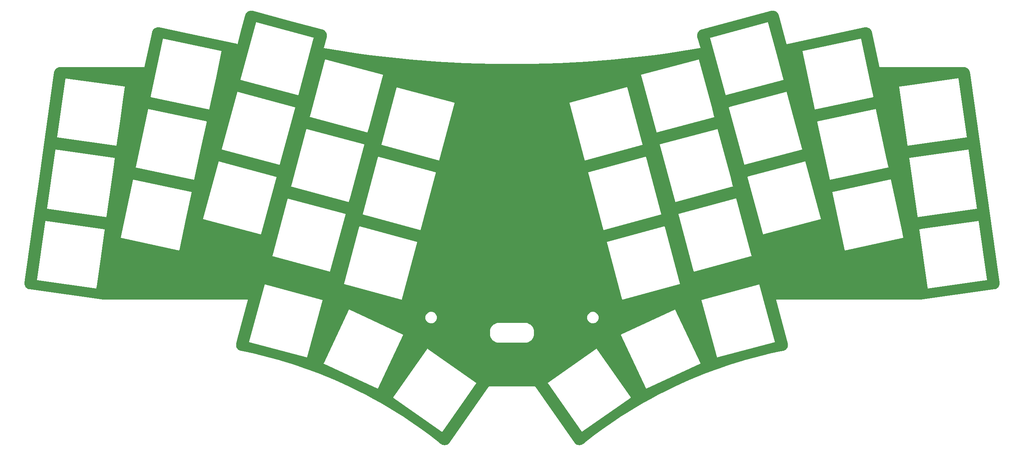
<source format=gbr>
%TF.GenerationSoftware,KiCad,Pcbnew,7.0.6*%
%TF.CreationDate,2024-09-10T22:33:49-04:00*%
%TF.ProjectId,switchplate,73776974-6368-4706-9c61-74652e6b6963,2*%
%TF.SameCoordinates,Original*%
%TF.FileFunction,Copper,L1,Top*%
%TF.FilePolarity,Positive*%
%FSLAX46Y46*%
G04 Gerber Fmt 4.6, Leading zero omitted, Abs format (unit mm)*
G04 Created by KiCad (PCBNEW 7.0.6) date 2024-09-10 22:33:49*
%MOMM*%
%LPD*%
G01*
G04 APERTURE LIST*
G04 APERTURE END LIST*
%TA.AperFunction,NonConductor*%
G36*
X200587694Y128389833D02*
G01*
X200789972Y128363207D01*
X200809003Y128359162D01*
X201004626Y128301222D01*
X201022792Y128294249D01*
X201206934Y128206424D01*
X201223786Y128196696D01*
X201391928Y128081142D01*
X201407049Y128068897D01*
X201555042Y127928466D01*
X201568062Y127914007D01*
X201692268Y127752150D01*
X201702866Y127735831D01*
X201800220Y127556542D01*
X201808135Y127538766D01*
X201878324Y127340577D01*
X201879768Y127335924D01*
X203677808Y120625552D01*
X203681579Y120600317D01*
X203689039Y120581852D01*
X203691442Y120574672D01*
X203692709Y120569940D01*
X203697294Y120560110D01*
X203696929Y120559940D01*
X203700701Y120552989D01*
X203702483Y120548577D01*
X203708610Y120541772D01*
X203716109Y120536521D01*
X203720704Y120535290D01*
X203746812Y120525005D01*
X203751011Y120522772D01*
X203760071Y120521499D01*
X203769194Y120522297D01*
X203773498Y120524304D01*
X203800118Y120533210D01*
X222143521Y124432221D01*
X222148320Y124433046D01*
X222357845Y124460635D01*
X222377276Y124461654D01*
X222581222Y124456318D01*
X222600575Y124454284D01*
X222801170Y124417108D01*
X222819965Y124412072D01*
X223012275Y124343973D01*
X223030052Y124336058D01*
X223209341Y124238712D01*
X223225660Y124228115D01*
X223387519Y124103916D01*
X223401975Y124090898D01*
X223482293Y124006259D01*
X223542406Y123942913D01*
X223554650Y123927792D01*
X223670204Y123759658D01*
X223679934Y123742805D01*
X223767762Y123558660D01*
X223774735Y123540494D01*
X223834759Y123337837D01*
X223835957Y123333118D01*
X225582705Y115115319D01*
X225587248Y115089556D01*
X225588932Y115086639D01*
X225604708Y115068490D01*
X225617393Y115058579D01*
X225632518Y115053075D01*
X225656260Y115049314D01*
X225673406Y115049913D01*
X225695607Y115054229D01*
X245495289Y115054229D01*
X245499723Y115054070D01*
X245691813Y115040301D01*
X245709362Y115037772D01*
X245891019Y114998165D01*
X245908023Y114993160D01*
X246082174Y114928048D01*
X246098287Y114920671D01*
X246261380Y114831381D01*
X246276284Y114821777D01*
X246424955Y114710154D01*
X246438337Y114698521D01*
X246569577Y114566825D01*
X246581163Y114553403D01*
X246692275Y114404340D01*
X246701829Y114389401D01*
X246790545Y114226009D01*
X246797870Y114209863D01*
X246862376Y114035489D01*
X246867323Y114018462D01*
X246907620Y113830508D01*
X246908394Y113826138D01*
X253875546Y64252267D01*
X253876034Y64247422D01*
X253888937Y64036478D01*
X253888597Y64017023D01*
X253869044Y63813953D01*
X253865666Y63794792D01*
X253814586Y63597270D01*
X253808254Y63578880D01*
X253771746Y63494915D01*
X253726903Y63391781D01*
X253717768Y63374601D01*
X253608149Y63202529D01*
X253596440Y63186990D01*
X253461264Y63034195D01*
X253447269Y63020679D01*
X253289873Y62890926D01*
X253289840Y62890899D01*
X253273914Y62879747D01*
X253098119Y62776190D01*
X253080641Y62767666D01*
X252890817Y62692886D01*
X252872215Y62687197D01*
X252694163Y62647717D01*
X252666469Y62641577D01*
X252661690Y62640712D01*
X235368470Y60210308D01*
X235368436Y60210304D01*
X235368436Y60210305D01*
X235339397Y60206911D01*
X235304017Y60202777D01*
X235301144Y60202509D01*
X235296943Y60202215D01*
X235237840Y60198083D01*
X235235060Y60197954D01*
X235170183Y60196445D01*
X235170183Y60196444D01*
X235170028Y60196441D01*
X201359426Y60196441D01*
X201327333Y60200665D01*
X201326161Y60200980D01*
X201306686Y60191898D01*
X201301707Y60189837D01*
X201281518Y60182489D01*
X201281517Y60182488D01*
X201280838Y60182241D01*
X201280748Y60182151D01*
X201276763Y60178499D01*
X201276656Y60178409D01*
X201267272Y60158287D01*
X201264776Y60153492D01*
X201253674Y60134262D01*
X201253663Y60134126D01*
X201252956Y60128753D01*
X201252936Y60128640D01*
X201258682Y60107196D01*
X201259853Y60101914D01*
X201264438Y60075913D01*
X201271876Y60057955D01*
X203998244Y49883007D01*
X203999277Y49878483D01*
X204036446Y49681993D01*
X204038516Y49663697D01*
X204045915Y49470784D01*
X204045252Y49452383D01*
X204024001Y49260496D01*
X204020622Y49242398D01*
X203971195Y49055778D01*
X203965172Y49038377D01*
X203888654Y48861134D01*
X203880121Y48844818D01*
X203778202Y48680861D01*
X203767348Y48665989D01*
X203665367Y48546082D01*
X203642272Y48518928D01*
X203629337Y48505829D01*
X203483858Y48378907D01*
X203469125Y48367868D01*
X203306466Y48263892D01*
X203290262Y48255156D01*
X203125649Y48181617D01*
X203113989Y48176408D01*
X203096680Y48170171D01*
X202957519Y48131430D01*
X202903863Y48116494D01*
X202899383Y48115424D01*
X201913129Y47918358D01*
X199943395Y47486980D01*
X197981928Y47019445D01*
X196029393Y46515911D01*
X194086450Y45976549D01*
X192153757Y45401540D01*
X190231967Y44791080D01*
X188321730Y44145374D01*
X186423693Y43464643D01*
X184538499Y42749114D01*
X182666784Y41999032D01*
X180809183Y41214650D01*
X178966323Y40396232D01*
X177138828Y39544057D01*
X175327318Y38658411D01*
X173532403Y37739596D01*
X171754693Y36787921D01*
X169994787Y35803710D01*
X168253283Y34787294D01*
X166530768Y33739017D01*
X164827827Y32659236D01*
X163145034Y31548314D01*
X161482960Y30406627D01*
X159842166Y29234563D01*
X158223208Y28032516D01*
X156626634Y26800896D01*
X155875442Y26199069D01*
X155875437Y26199067D01*
X155841599Y26171957D01*
X155837899Y26169212D01*
X155672911Y26056059D01*
X155657007Y26046809D01*
X155494572Y25967849D01*
X155483311Y25962375D01*
X155466194Y25955575D01*
X155281904Y25897800D01*
X155263985Y25893615D01*
X155073169Y25863775D01*
X155054821Y25862290D01*
X154861695Y25861044D01*
X154843335Y25862292D01*
X154652143Y25889670D01*
X154634169Y25893625D01*
X154449160Y25949015D01*
X154431958Y25955593D01*
X154426123Y25958337D01*
X154257183Y26037783D01*
X154241152Y26046833D01*
X154080483Y26154003D01*
X154065985Y26165314D01*
X153922945Y26295118D01*
X153910282Y26308454D01*
X153783911Y26463072D01*
X153781152Y26466718D01*
X144576203Y39612746D01*
X144570178Y39627295D01*
X144569504Y39626906D01*
X144558572Y39645842D01*
X144552364Y39651051D01*
X144548366Y39654714D01*
X144543203Y39659877D01*
X144543201Y39659881D01*
X144537200Y39664082D01*
X144532919Y39667367D01*
X144516470Y39681171D01*
X144516469Y39681171D01*
X144515915Y39681636D01*
X144515787Y39681671D01*
X144510621Y39683300D01*
X144510505Y39683342D01*
X144509785Y39683279D01*
X144488389Y39681406D01*
X144482986Y39681171D01*
X133684507Y39681171D01*
X133669130Y39684579D01*
X133669063Y39683804D01*
X133647286Y39685708D01*
X133647284Y39685710D01*
X133639434Y39683607D01*
X133634165Y39682439D01*
X133626975Y39681171D01*
X133626969Y39681171D01*
X133620091Y39678667D01*
X133614960Y39677049D01*
X133594197Y39671487D01*
X133594195Y39671485D01*
X133593500Y39671299D01*
X133593409Y39671223D01*
X133589116Y39667929D01*
X133588999Y39667847D01*
X133588636Y39667219D01*
X133577893Y39648610D01*
X133574995Y39644063D01*
X124582114Y26800896D01*
X124378504Y26510111D01*
X124378497Y26510106D01*
X124348361Y26467063D01*
X124345579Y26463388D01*
X124218970Y26308467D01*
X124206287Y26295111D01*
X124063284Y26165333D01*
X124048763Y26154001D01*
X123888094Y26046826D01*
X123872058Y26037773D01*
X123697294Y25955581D01*
X123680094Y25949004D01*
X123495081Y25893605D01*
X123477096Y25889648D01*
X123285920Y25862267D01*
X123267550Y25861018D01*
X123074420Y25862256D01*
X123056083Y25863740D01*
X122865249Y25893575D01*
X122847335Y25897759D01*
X122663029Y25955532D01*
X122645938Y25962321D01*
X122472217Y26046759D01*
X122456322Y26056003D01*
X122292163Y26168578D01*
X122288412Y26171365D01*
X122249543Y26202582D01*
X122249000Y26202923D01*
X121502631Y26800888D01*
X119906057Y28032508D01*
X118287099Y29234554D01*
X116646305Y30406618D01*
X114984231Y31548304D01*
X113301438Y32659225D01*
X111598496Y33739006D01*
X109875982Y34787282D01*
X108134477Y35803697D01*
X106374572Y36787909D01*
X105806207Y37092176D01*
X111077012Y37092176D01*
X111077625Y37085171D01*
X111081863Y37076084D01*
X111089254Y37055775D01*
X111091848Y37046093D01*
X111095876Y37040339D01*
X111100851Y37035365D01*
X111100852Y37035364D01*
X111100853Y37035364D01*
X111109941Y37031125D01*
X111128652Y37020322D01*
X122504381Y29054950D01*
X122520933Y29041062D01*
X122528021Y29033974D01*
X122530702Y29032724D01*
X122537115Y29029733D01*
X122548703Y29023043D01*
X122556172Y29019560D01*
X122568740Y29014985D01*
X122577833Y29010745D01*
X122584842Y29010131D01*
X122591836Y29010744D01*
X122591838Y29010745D01*
X122591839Y29010745D01*
X122600932Y29014985D01*
X122621235Y29022374D01*
X122630919Y29024969D01*
X122636679Y29029002D01*
X122641647Y29033971D01*
X122641648Y29033972D01*
X122645883Y29043054D01*
X122656691Y29061775D01*
X122777679Y29234563D01*
X128287210Y37102990D01*
X130622056Y40437495D01*
X130635948Y40454051D01*
X130643039Y40461142D01*
X130647274Y40470224D01*
X130653958Y40481801D01*
X130657458Y40489308D01*
X130662029Y40501866D01*
X130666266Y40510952D01*
X130666879Y40517960D01*
X130666266Y40524957D01*
X130666267Y40524959D01*
X130662027Y40534049D01*
X130660315Y40538753D01*
X147465435Y40538753D01*
X147466310Y40528765D01*
X147466310Y40507151D01*
X147465436Y40497160D01*
X147467253Y40490378D01*
X147470227Y40483999D01*
X147477316Y40476910D01*
X147491202Y40460360D01*
X155456577Y29084627D01*
X155467384Y29065910D01*
X155471619Y29056828D01*
X155478715Y29049731D01*
X155487311Y29039488D01*
X155493151Y29033648D01*
X155503389Y29025057D01*
X155510478Y29017967D01*
X155516855Y29014993D01*
X155523638Y29013176D01*
X155533629Y29014050D01*
X155555239Y29014050D01*
X155565230Y29013176D01*
X155572010Y29014992D01*
X155578390Y29017968D01*
X155585476Y29025053D01*
X155602032Y29038945D01*
X166977757Y37004314D01*
X166996471Y37015119D01*
X167005561Y37019358D01*
X167012648Y37026445D01*
X167022895Y37035044D01*
X167028744Y37040893D01*
X167037339Y37051136D01*
X167044423Y37058220D01*
X167044424Y37058221D01*
X167044424Y37058222D01*
X167047396Y37064595D01*
X167049213Y37071378D01*
X167049215Y37071381D01*
X167048341Y37081368D01*
X167048341Y37102990D01*
X167049215Y37112971D01*
X167049212Y37112973D01*
X167047395Y37119757D01*
X167044424Y37126127D01*
X167044424Y37126131D01*
X167037334Y37133220D01*
X167023449Y37149767D01*
X159058068Y48525508D01*
X159047263Y48544225D01*
X159043032Y48553296D01*
X159043032Y48553302D01*
X159035951Y48560382D01*
X159027356Y48570627D01*
X159021488Y48576494D01*
X159011243Y48585091D01*
X159008582Y48587752D01*
X159004171Y48592164D01*
X159004166Y48592164D01*
X158997799Y48595133D01*
X158991014Y48596952D01*
X158991010Y48596955D01*
X158981024Y48596081D01*
X158959406Y48596081D01*
X158949420Y48596955D01*
X158949417Y48596953D01*
X158942637Y48595136D01*
X158936258Y48592163D01*
X158929172Y48585077D01*
X158912616Y48571185D01*
X158688411Y48414195D01*
X147536882Y40605810D01*
X147518161Y40595002D01*
X147509091Y40590773D01*
X147509089Y40590773D01*
X147509087Y40590771D01*
X147502010Y40583694D01*
X147491758Y40575092D01*
X147485908Y40569242D01*
X147477305Y40558990D01*
X147470226Y40551911D01*
X147467254Y40545538D01*
X147465435Y40538753D01*
X130660315Y40538753D01*
X130654635Y40554359D01*
X130652042Y40564040D01*
X130652036Y40564043D01*
X130648004Y40569802D01*
X130643040Y40574767D01*
X130643040Y40574768D01*
X130633948Y40579007D01*
X130615238Y40589809D01*
X119239510Y48555179D01*
X119222957Y48569070D01*
X119215870Y48576155D01*
X119215869Y48576159D01*
X119206777Y48580398D01*
X119195223Y48587070D01*
X119191460Y48588824D01*
X119191456Y48588828D01*
X119191450Y48588829D01*
X119187695Y48590581D01*
X119175145Y48595148D01*
X119166059Y48599386D01*
X119166056Y48599385D01*
X119159050Y48599998D01*
X119152055Y48599386D01*
X119152053Y48599387D01*
X119152051Y48599386D01*
X119142967Y48595150D01*
X119122643Y48587752D01*
X119112972Y48585162D01*
X119112971Y48585160D01*
X119107215Y48581130D01*
X119102243Y48576158D01*
X119098007Y48567074D01*
X119087201Y48548358D01*
X114501314Y41999032D01*
X111518817Y37739583D01*
X111121834Y37172633D01*
X111107936Y37156071D01*
X111100853Y37148989D01*
X111096615Y37139900D01*
X111089935Y37128331D01*
X111086438Y37120832D01*
X111081864Y37108270D01*
X111077625Y37099180D01*
X111077012Y37092176D01*
X105806207Y37092176D01*
X104596862Y37739583D01*
X102801947Y38658397D01*
X100990437Y39544042D01*
X99162942Y40396217D01*
X97320083Y41214634D01*
X95462481Y41999016D01*
X93590767Y42749098D01*
X91705572Y43464625D01*
X89807536Y44145357D01*
X87897299Y44791061D01*
X86827439Y45130904D01*
X94710364Y45130904D01*
X94710976Y45123900D01*
X94712795Y45117112D01*
X94718547Y45108898D01*
X94729350Y45090187D01*
X94733590Y45081094D01*
X94738552Y45076131D01*
X94744318Y45072094D01*
X94754002Y45069499D01*
X94774305Y45062108D01*
X107360386Y39193123D01*
X107379099Y39182320D01*
X107387314Y39176568D01*
X107397008Y39173970D01*
X107409579Y39169395D01*
X107417549Y39167260D01*
X107430713Y39164939D01*
X107440402Y39162342D01*
X107447400Y39162954D01*
X107454191Y39164774D01*
X107454192Y39164775D01*
X107454194Y39164776D01*
X107462402Y39170524D01*
X107481123Y39181332D01*
X107490208Y39185568D01*
X107495180Y39190540D01*
X107499211Y39196296D01*
X107501806Y39205981D01*
X107509199Y39226292D01*
X113378178Y51812359D01*
X113388984Y51831076D01*
X113394735Y51839290D01*
X113394735Y51839291D01*
X113394737Y51839293D01*
X113397334Y51848986D01*
X113401901Y51861532D01*
X113402971Y51865529D01*
X113402974Y51865534D01*
X113402974Y51865539D01*
X113404047Y51869543D01*
X113406365Y51882690D01*
X113408962Y51892379D01*
X113408960Y51892382D01*
X113408347Y51899383D01*
X113406529Y51906170D01*
X113406528Y51906170D01*
X113406529Y51906172D01*
X113400779Y51914382D01*
X113389973Y51933100D01*
X113385735Y51942189D01*
X113385731Y51942190D01*
X113380765Y51947156D01*
X113375008Y51951187D01*
X113375006Y51951191D01*
X113365321Y51953785D01*
X113345019Y51961174D01*
X113275284Y51993692D01*
X133889127Y51993692D01*
X133924634Y51723960D01*
X133924637Y51723946D01*
X133995052Y51461146D01*
X133995057Y51461130D01*
X134099163Y51209792D01*
X134099171Y51209776D01*
X134235203Y50974160D01*
X134400826Y50758315D01*
X134400831Y50758309D01*
X134593210Y50565930D01*
X134593217Y50565924D01*
X134809066Y50400300D01*
X134809070Y50400297D01*
X135044686Y50264266D01*
X135137207Y50225944D01*
X135296052Y50160150D01*
X135296054Y50160149D01*
X135296060Y50160147D01*
X135558856Y50089735D01*
X135558859Y50089734D01*
X135828598Y50054227D01*
X135828600Y50054227D01*
X135828601Y50054227D01*
X135964637Y50054229D01*
X142113210Y50054229D01*
X142113434Y50054163D01*
X142300674Y50054166D01*
X142570418Y50089684D01*
X142570432Y50089687D01*
X142833219Y50160104D01*
X142833223Y50160106D01*
X143084579Y50264226D01*
X143084589Y50264231D01*
X143152647Y50303526D01*
X143320209Y50400272D01*
X143320211Y50400273D01*
X143320217Y50400277D01*
X143536052Y50565899D01*
X143536055Y50565902D01*
X143536058Y50565904D01*
X143728441Y50758293D01*
X143894066Y50974147D01*
X143977323Y51118358D01*
X144030097Y51209767D01*
X144030098Y51209769D01*
X144030100Y51209773D01*
X144134214Y51461139D01*
X144204629Y51723945D01*
X144204629Y51723946D01*
X144204630Y51723949D01*
X144224093Y51871803D01*
X144224958Y51878376D01*
X164720309Y51878376D01*
X164720921Y51871375D01*
X164722742Y51864580D01*
X164728492Y51856368D01*
X164739294Y51837657D01*
X170608281Y39251575D01*
X170615673Y39231268D01*
X170618266Y39221589D01*
X170624022Y39213369D01*
X170630709Y39201786D01*
X170635438Y39195033D01*
X170644035Y39184786D01*
X170649788Y39176570D01*
X170655555Y39172531D01*
X170661917Y39169565D01*
X170671915Y39168690D01*
X170693186Y39164939D01*
X170702877Y39162342D01*
X170709866Y39162953D01*
X170716668Y39164776D01*
X170724876Y39170523D01*
X170743593Y39181329D01*
X183329670Y45050314D01*
X183349976Y45057705D01*
X183359661Y45060300D01*
X183367869Y45066048D01*
X183379451Y45072735D01*
X183386228Y45077480D01*
X183396471Y45086075D01*
X183404680Y45091823D01*
X183408716Y45097587D01*
X183411684Y45103952D01*
X183411685Y45103953D01*
X183412557Y45113937D01*
X183416313Y45135231D01*
X183418906Y45144906D01*
X183418905Y45144906D01*
X183418907Y45144910D01*
X183418905Y45144913D01*
X183418293Y45151913D01*
X183416474Y45158700D01*
X183416473Y45158700D01*
X183416474Y45158703D01*
X183410719Y45166921D01*
X183399920Y45185625D01*
X177530931Y57771713D01*
X177523542Y57792019D01*
X177520950Y57801693D01*
X177520949Y57801693D01*
X177520950Y57801696D01*
X177515196Y57809912D01*
X177508517Y57821483D01*
X177503764Y57828271D01*
X177495172Y57838510D01*
X177489427Y57846716D01*
X177489424Y57846716D01*
X177483665Y57850749D01*
X177477299Y57853718D01*
X177477298Y57853720D01*
X177467305Y57854594D01*
X177446020Y57858348D01*
X177445415Y57858510D01*
X177436340Y57860942D01*
X177436337Y57860940D01*
X177429341Y57860329D01*
X177422548Y57858509D01*
X177414341Y57852762D01*
X177395624Y57841955D01*
X164809540Y51972967D01*
X164789230Y51965575D01*
X164779559Y51962983D01*
X164779555Y51962984D01*
X164771342Y51957233D01*
X164759774Y51950555D01*
X164752981Y51945799D01*
X164742745Y51937210D01*
X164734533Y51931460D01*
X164730501Y51925702D01*
X164727530Y51919331D01*
X164726657Y51909347D01*
X164722904Y51888060D01*
X164720309Y51878376D01*
X144224958Y51878376D01*
X144240138Y51993693D01*
X144240136Y52129730D01*
X144240136Y52643041D01*
X144240136Y52655394D01*
X144240127Y52655467D01*
X144240127Y52765765D01*
X144204611Y53035506D01*
X144134192Y53298304D01*
X144030075Y53549662D01*
X143894039Y53785280D01*
X143728414Y54001127D01*
X143728409Y54001132D01*
X143536041Y54193501D01*
X143536036Y54193504D01*
X143536032Y54193509D01*
X143320186Y54359135D01*
X143084568Y54495171D01*
X142833210Y54599290D01*
X142570413Y54669710D01*
X142300672Y54705226D01*
X142243476Y54705227D01*
X142243470Y54705229D01*
X142192116Y54705229D01*
X135951324Y54705229D01*
X135940872Y54705229D01*
X135940130Y54705164D01*
X135828604Y54705166D01*
X135567898Y54670848D01*
X135559229Y54669707D01*
X135558864Y54669659D01*
X135430002Y54635133D01*
X135296081Y54599252D01*
X135296077Y54599250D01*
X135296067Y54599248D01*
X135044708Y54495136D01*
X135044699Y54495131D01*
X135044698Y54495131D01*
X134809100Y54359114D01*
X134809092Y54359109D01*
X134809089Y54359107D01*
X134593241Y54193487D01*
X134400858Y54001110D01*
X134400854Y54001105D01*
X134400852Y54001103D01*
X134400850Y54001101D01*
X134235235Y53785275D01*
X134099194Y53549655D01*
X134099186Y53549640D01*
X133995075Y53298301D01*
X133995071Y53298291D01*
X133924656Y53035512D01*
X133924653Y53035496D01*
X133889137Y52765763D01*
X133889136Y52657209D01*
X133889135Y52181099D01*
X133889129Y52181081D01*
X133889127Y51993692D01*
X113275284Y51993692D01*
X104747648Y55970195D01*
X118676513Y55970195D01*
X118697108Y55734792D01*
X118697110Y55734782D01*
X118758266Y55506540D01*
X118758270Y55506531D01*
X118858136Y55292367D01*
X118858137Y55292365D01*
X118993677Y55098793D01*
X119160769Y54931701D01*
X119354341Y54796161D01*
X119354343Y54796160D01*
X119568507Y54696294D01*
X119568516Y54696290D01*
X119796758Y54635134D01*
X119796768Y54635132D01*
X119973206Y54619696D01*
X120091138Y54619696D01*
X120267575Y54635132D01*
X120267585Y54635134D01*
X120495827Y54696290D01*
X120495831Y54696292D01*
X120495835Y54696293D01*
X120602918Y54746227D01*
X120710000Y54796160D01*
X120710002Y54796161D01*
X120903574Y54931701D01*
X121070665Y55098793D01*
X121070667Y55098795D01*
X121138437Y55195580D01*
X121206204Y55292361D01*
X121206206Y55292365D01*
X121206207Y55292366D01*
X121306075Y55506533D01*
X121367235Y55734788D01*
X121387831Y55970195D01*
X156741440Y55970195D01*
X156762035Y55734792D01*
X156762037Y55734782D01*
X156823193Y55506540D01*
X156823197Y55506531D01*
X156923063Y55292367D01*
X156923064Y55292365D01*
X157058604Y55098793D01*
X157225696Y54931701D01*
X157419268Y54796161D01*
X157419270Y54796160D01*
X157633434Y54696294D01*
X157633443Y54696290D01*
X157861685Y54635134D01*
X157861695Y54635132D01*
X158038133Y54619696D01*
X158156065Y54619696D01*
X158332502Y54635132D01*
X158332512Y54635134D01*
X158560754Y54696290D01*
X158560758Y54696292D01*
X158560762Y54696293D01*
X158667845Y54746226D01*
X158774927Y54796160D01*
X158774929Y54796161D01*
X158968501Y54931701D01*
X159135592Y55098793D01*
X159135594Y55098795D01*
X159203363Y55195580D01*
X159271131Y55292361D01*
X159271133Y55292365D01*
X159271134Y55292366D01*
X159371002Y55506533D01*
X159432162Y55734788D01*
X159452758Y55970196D01*
X159432162Y56205604D01*
X159371002Y56433859D01*
X159271134Y56648025D01*
X159135594Y56841597D01*
X158968500Y57008691D01*
X158774928Y57144231D01*
X158560762Y57244099D01*
X158332507Y57305259D01*
X158156065Y57320696D01*
X158038133Y57320696D01*
X157861691Y57305259D01*
X157633436Y57244099D01*
X157419269Y57144231D01*
X157419270Y57144231D01*
X157419268Y57144230D01*
X157225696Y57008690D01*
X157058605Y56841598D01*
X157058600Y56841591D01*
X156923066Y56648030D01*
X156923064Y56648026D01*
X156823196Y56433859D01*
X156823195Y56433855D01*
X156823193Y56433851D01*
X156762037Y56205609D01*
X156762035Y56205599D01*
X156741440Y55970196D01*
X156741440Y55970195D01*
X121387831Y55970195D01*
X121387831Y55970196D01*
X121367235Y56205604D01*
X121306075Y56433859D01*
X121206207Y56648025D01*
X121070667Y56841597D01*
X120903573Y57008691D01*
X120710001Y57144231D01*
X120495835Y57244099D01*
X120267580Y57305259D01*
X120091138Y57320696D01*
X119973206Y57320696D01*
X119796764Y57305259D01*
X119568509Y57244099D01*
X119354342Y57144231D01*
X119354343Y57144231D01*
X119354341Y57144230D01*
X119160769Y57008690D01*
X118993678Y56841598D01*
X118993673Y56841591D01*
X118858139Y56648030D01*
X118858137Y56648026D01*
X118758269Y56433859D01*
X118758268Y56433855D01*
X118758266Y56433851D01*
X118697110Y56205609D01*
X118697108Y56205599D01*
X118676513Y55970196D01*
X118676513Y55970195D01*
X104747648Y55970195D01*
X100758929Y57830166D01*
X100740219Y57840969D01*
X100732014Y57846713D01*
X100732013Y57846716D01*
X100722337Y57849308D01*
X100709772Y57853882D01*
X100701764Y57856028D01*
X100688598Y57858348D01*
X100678927Y57860941D01*
X100678926Y57860940D01*
X100678925Y57860941D01*
X100671922Y57860328D01*
X100665134Y57858510D01*
X100658294Y57853720D01*
X100656924Y57852761D01*
X100638200Y57841951D01*
X100635687Y57840779D01*
X100629116Y57837715D01*
X100629115Y57837714D01*
X100624153Y57832753D01*
X100620115Y57826986D01*
X100617521Y57817306D01*
X100610131Y57797003D01*
X98389811Y53035512D01*
X94741142Y45210916D01*
X94730336Y45192199D01*
X94724590Y45183993D01*
X94721996Y45174311D01*
X94717422Y45161744D01*
X94715279Y45153750D01*
X94712958Y45140582D01*
X94710364Y45130904D01*
X86827439Y45130904D01*
X85975509Y45401521D01*
X84042816Y45976529D01*
X82099873Y46515891D01*
X80147338Y47019425D01*
X78185872Y47486959D01*
X76216138Y47918336D01*
X75295007Y48102389D01*
X75295006Y48102390D01*
X75251529Y48111077D01*
X75251529Y48111078D01*
X75229719Y48115436D01*
X75225297Y48116492D01*
X75032579Y48170145D01*
X75015286Y48176376D01*
X74839006Y48255130D01*
X74822807Y48263864D01*
X74731401Y48322294D01*
X74660127Y48367855D01*
X74645407Y48378886D01*
X74499921Y48505818D01*
X74487000Y48518903D01*
X74361905Y48665989D01*
X74351069Y48680835D01*
X74249132Y48844824D01*
X74240612Y48861118D01*
X74164088Y49038378D01*
X74158072Y49055758D01*
X74108639Y49242398D01*
X74105260Y49260491D01*
X74084008Y49452393D01*
X74083347Y49470770D01*
X74090746Y49663703D01*
X74092816Y49681994D01*
X74116359Y49806456D01*
X74129966Y49878389D01*
X74130996Y49882900D01*
X74215552Y50198469D01*
X77197064Y50198469D01*
X77198886Y50191670D01*
X77201854Y50185305D01*
X77208949Y50178210D01*
X77222833Y50161664D01*
X77228586Y50153448D01*
X77234348Y50149413D01*
X77240716Y50146444D01*
X77250705Y50145570D01*
X77271983Y50141818D01*
X90685987Y46547546D01*
X90706289Y46540157D01*
X90715379Y46535918D01*
X90725366Y46535045D01*
X90738526Y46532724D01*
X90746763Y46532003D01*
X90760133Y46532003D01*
X90770132Y46531128D01*
X90776928Y46532949D01*
X90783293Y46535918D01*
X90790380Y46543005D01*
X90806942Y46556903D01*
X90815152Y46562651D01*
X90819181Y46568406D01*
X90822154Y46574781D01*
X90823027Y46584760D01*
X90826780Y46606051D01*
X90827499Y46608734D01*
X94421052Y60020055D01*
X94428443Y60040361D01*
X94432678Y60049444D01*
X94432680Y60049446D01*
X94433553Y60059424D01*
X94435874Y60072591D01*
X94436234Y60076714D01*
X94436236Y60076719D01*
X94436235Y60076723D01*
X94436597Y60080853D01*
X94436597Y60083408D01*
X183688756Y60083408D01*
X183689370Y60076396D01*
X183693606Y60067311D01*
X183700995Y60047010D01*
X187295268Y46632997D01*
X187299021Y46611717D01*
X187299894Y46601733D01*
X187304135Y46592639D01*
X187308712Y46580066D01*
X187312194Y46572598D01*
X187318882Y46561014D01*
X187323122Y46551922D01*
X187328096Y46546947D01*
X187333847Y46542921D01*
X187343536Y46540325D01*
X187363839Y46532935D01*
X187372928Y46528696D01*
X187379932Y46528083D01*
X187386935Y46528696D01*
X187396020Y46532932D01*
X187416324Y46540322D01*
X200830333Y50134595D01*
X200851608Y50138347D01*
X200861601Y50139222D01*
X200870690Y50143460D01*
X200883249Y50148031D01*
X200890747Y50151527D01*
X200902319Y50158208D01*
X200911412Y50162448D01*
X200916378Y50167414D01*
X200920411Y50173175D01*
X200920415Y50173178D01*
X200923008Y50182858D01*
X200930403Y50203174D01*
X200932871Y50208466D01*
X200934640Y50212259D01*
X200934639Y50212261D01*
X200935252Y50219254D01*
X200934638Y50226260D01*
X200934639Y50226264D01*
X200930402Y50235348D01*
X200923011Y50255656D01*
X197328736Y63669669D01*
X197324986Y63690945D01*
X197324112Y63700925D01*
X197324113Y63700929D01*
X197319877Y63710012D01*
X197315308Y63722566D01*
X197313557Y63726320D01*
X197313556Y63726326D01*
X197313552Y63726330D01*
X197311801Y63730088D01*
X197305123Y63741655D01*
X197300888Y63750737D01*
X197300887Y63750737D01*
X197300887Y63750739D01*
X197300885Y63750739D01*
X197295912Y63755712D01*
X197290160Y63759740D01*
X197290159Y63759740D01*
X197290158Y63759742D01*
X197280475Y63762335D01*
X197260168Y63769727D01*
X197251077Y63773967D01*
X197251073Y63773966D01*
X197244076Y63774578D01*
X197237071Y63773966D01*
X197227987Y63769730D01*
X197207683Y63762339D01*
X183793669Y60168064D01*
X183772386Y60164313D01*
X183762408Y60163440D01*
X183762407Y60163439D01*
X183762407Y60163440D01*
X183753323Y60159204D01*
X183740767Y60154635D01*
X183733266Y60151137D01*
X183721681Y60144450D01*
X183712596Y60140214D01*
X183707627Y60135245D01*
X183703595Y60129485D01*
X183703594Y60129485D01*
X183703594Y60129484D01*
X183701000Y60119803D01*
X183693606Y60099489D01*
X183689368Y60090402D01*
X183688756Y60083408D01*
X94436597Y60083408D01*
X94436597Y60094214D01*
X94437471Y60104195D01*
X94437469Y60104197D01*
X94435649Y60110988D01*
X94432681Y60117354D01*
X94432681Y60117357D01*
X94425598Y60124438D01*
X94411692Y60141011D01*
X94405948Y60149216D01*
X94405945Y60149216D01*
X94400194Y60153243D01*
X94393821Y60156214D01*
X94393818Y60156218D01*
X94383833Y60157091D01*
X94362551Y60160843D01*
X80948541Y63755116D01*
X80928227Y63762512D01*
X80919154Y63766742D01*
X80919153Y63766744D01*
X80915680Y63767047D01*
X80909177Y63767617D01*
X80896017Y63769938D01*
X80887755Y63770661D01*
X80874388Y63770661D01*
X80864403Y63771535D01*
X80864401Y63771533D01*
X80864400Y63771534D01*
X80857617Y63769717D01*
X80851243Y63766745D01*
X80851242Y63766745D01*
X80851241Y63766744D01*
X80844156Y63759659D01*
X80827597Y63745764D01*
X80819380Y63740011D01*
X80815355Y63734262D01*
X80812379Y63727881D01*
X80811506Y63717896D01*
X80807753Y63696614D01*
X77213482Y50282608D01*
X77206090Y50262299D01*
X77201854Y50253216D01*
X77200981Y50243231D01*
X77198659Y50230067D01*
X77197940Y50221848D01*
X77197939Y50208466D01*
X77197064Y50198469D01*
X74215552Y50198469D01*
X74486529Y51209767D01*
X76862239Y60076036D01*
X76874623Y60105935D01*
X76875232Y60106989D01*
X76871501Y60128144D01*
X76870797Y60133501D01*
X76869101Y60152883D01*
X76868925Y60154896D01*
X76868924Y60154896D01*
X76868862Y60155613D01*
X76868793Y60155734D01*
X76866293Y60160535D01*
X76866238Y60160652D01*
X76862915Y60163440D01*
X76857402Y60168066D01*
X76849233Y60174921D01*
X76845240Y60178579D01*
X76829551Y60194269D01*
X76829417Y60194318D01*
X76824409Y60196393D01*
X76824306Y60196441D01*
X76823588Y60196441D01*
X76802102Y60196441D01*
X76796695Y60196677D01*
X76775314Y60198548D01*
X76775313Y60198547D01*
X76770397Y60198978D01*
X76751125Y60196441D01*
X42959091Y60196441D01*
X42957750Y60196472D01*
X42894222Y60197951D01*
X42891422Y60198081D01*
X42828125Y60202508D01*
X42825254Y60202776D01*
X42807380Y60204864D01*
X42760837Y60210305D01*
X42760837Y60210304D01*
X42760805Y60210308D01*
X25468163Y62640630D01*
X25463404Y62641490D01*
X25257053Y62687235D01*
X25238453Y62692923D01*
X25234576Y62694450D01*
X25048631Y62767693D01*
X25031154Y62776217D01*
X24928897Y62836450D01*
X24855360Y62879766D01*
X24839426Y62890922D01*
X24681994Y63020697D01*
X24668012Y63034199D01*
X24532807Y63187018D01*
X24521117Y63202532D01*
X24411485Y63374618D01*
X24402365Y63391768D01*
X24321000Y63578897D01*
X24314674Y63597271D01*
X24263588Y63794802D01*
X24260213Y63813944D01*
X24240658Y64017033D01*
X24240319Y64036478D01*
X24253212Y64247260D01*
X24253700Y64252105D01*
X24327607Y64777977D01*
X24338550Y64855837D01*
X27240070Y64855837D01*
X27240357Y64847594D01*
X27241986Y64834319D01*
X27242336Y64824294D01*
X27244971Y64817770D01*
X27248694Y64811812D01*
X27256602Y64805634D01*
X27272400Y64790902D01*
X27279112Y64783447D01*
X27285311Y64780150D01*
X27292002Y64777977D01*
X27302027Y64778327D01*
X27323601Y64777195D01*
X41075653Y62844470D01*
X41096704Y62839611D01*
X41106242Y62836512D01*
X41116274Y62836862D01*
X41129635Y62836162D01*
X41137867Y62836450D01*
X41151140Y62838079D01*
X41161169Y62838429D01*
X41167684Y62841061D01*
X41173648Y62844788D01*
X41179821Y62852689D01*
X41194554Y62868489D01*
X41202013Y62875205D01*
X41205311Y62881408D01*
X41207483Y62888096D01*
X41207484Y62888097D01*
X41207134Y62898106D01*
X41208265Y62919695D01*
X41344958Y63892317D01*
X99501290Y63892317D01*
X99503112Y63885518D01*
X99506080Y63879153D01*
X99513175Y63872058D01*
X99527059Y63855512D01*
X99532812Y63847296D01*
X99538574Y63843261D01*
X99544942Y63840292D01*
X99554931Y63839418D01*
X99576209Y63835666D01*
X112990214Y60241394D01*
X113010516Y60234005D01*
X113019606Y60229766D01*
X113029593Y60228893D01*
X113042753Y60226572D01*
X113050990Y60225851D01*
X113064360Y60225851D01*
X113074359Y60224976D01*
X113081155Y60226797D01*
X113087520Y60229766D01*
X113094607Y60236853D01*
X113111169Y60250751D01*
X113119379Y60256499D01*
X113123408Y60262254D01*
X113126381Y60268629D01*
X113127254Y60278608D01*
X113131007Y60299899D01*
X113156503Y60395052D01*
X116725278Y73713903D01*
X116732669Y73734209D01*
X116736904Y73743292D01*
X116736906Y73743294D01*
X116737779Y73753272D01*
X116740100Y73766439D01*
X116740460Y73770562D01*
X116740462Y73770567D01*
X116740461Y73770571D01*
X116740823Y73774701D01*
X116740823Y73777256D01*
X161384529Y73777256D01*
X161385143Y73770244D01*
X161389379Y73761159D01*
X161396768Y73740858D01*
X164991042Y60326848D01*
X164994795Y60305567D01*
X164995669Y60295578D01*
X164999909Y60286485D01*
X165004482Y60273923D01*
X165007968Y60266447D01*
X165014651Y60254870D01*
X165018894Y60245771D01*
X165023866Y60240799D01*
X165029624Y60236767D01*
X165039308Y60234173D01*
X165059615Y60226782D01*
X165068702Y60222544D01*
X165075706Y60221931D01*
X165082709Y60222544D01*
X165091794Y60226780D01*
X165112098Y60234170D01*
X178526106Y63828443D01*
X178547381Y63832195D01*
X178557374Y63833070D01*
X178566463Y63837308D01*
X178579022Y63841879D01*
X178586520Y63845375D01*
X178598092Y63852056D01*
X178607185Y63856296D01*
X178612151Y63861262D01*
X178616184Y63867023D01*
X178616188Y63867026D01*
X178618781Y63876706D01*
X178626176Y63897022D01*
X178628644Y63902314D01*
X178630413Y63906107D01*
X178630412Y63906109D01*
X178631025Y63913102D01*
X178630411Y63920108D01*
X178630412Y63920112D01*
X178626175Y63929196D01*
X178618784Y63949504D01*
X175024509Y77363517D01*
X175020759Y77384793D01*
X175019885Y77394773D01*
X175019886Y77394777D01*
X175015650Y77403860D01*
X175011081Y77416414D01*
X175009330Y77420168D01*
X175009329Y77420174D01*
X175009325Y77420178D01*
X175007574Y77423936D01*
X175000896Y77435503D01*
X174996661Y77444585D01*
X174996660Y77444585D01*
X174996660Y77444587D01*
X174996658Y77444587D01*
X174991685Y77449560D01*
X174985933Y77453588D01*
X174985932Y77453588D01*
X174985931Y77453590D01*
X174976248Y77456183D01*
X174955941Y77463575D01*
X174946850Y77467815D01*
X174946846Y77467814D01*
X174939849Y77468426D01*
X174932844Y77467814D01*
X174923760Y77463578D01*
X174903456Y77456187D01*
X161489442Y73861912D01*
X161468159Y73858161D01*
X161458181Y73857288D01*
X161458180Y73857287D01*
X161458180Y73857288D01*
X161449096Y73853052D01*
X161436540Y73848483D01*
X161429039Y73844985D01*
X161417454Y73838298D01*
X161408369Y73834062D01*
X161403400Y73829093D01*
X161399368Y73823333D01*
X161399367Y73823333D01*
X161399367Y73823332D01*
X161396773Y73813651D01*
X161389379Y73793337D01*
X161385141Y73784250D01*
X161384529Y73777256D01*
X116740823Y73777256D01*
X116740823Y73788062D01*
X116741697Y73798043D01*
X116741695Y73798044D01*
X116739877Y73804831D01*
X116736907Y73811202D01*
X116736907Y73811205D01*
X116729818Y73818293D01*
X116715929Y73834843D01*
X116710174Y73843064D01*
X116710171Y73843064D01*
X116710171Y73843065D01*
X116704419Y73847092D01*
X116698046Y73850065D01*
X116698045Y73850065D01*
X116698045Y73850066D01*
X116688053Y73850940D01*
X116666779Y73854690D01*
X103252760Y77448966D01*
X103232451Y77456360D01*
X103223382Y77460588D01*
X103223379Y77460592D01*
X103213396Y77461465D01*
X103200239Y77463786D01*
X103196106Y77464147D01*
X103196106Y77464148D01*
X103196105Y77464147D01*
X103191982Y77464509D01*
X103178615Y77464509D01*
X103168630Y77465383D01*
X103168628Y77465381D01*
X103168627Y77465382D01*
X103161844Y77463565D01*
X103155470Y77460593D01*
X103155469Y77460593D01*
X103155468Y77460592D01*
X103148383Y77453507D01*
X103131824Y77439612D01*
X103123607Y77433859D01*
X103119582Y77428110D01*
X103116606Y77421729D01*
X103115733Y77411744D01*
X103111980Y77390462D01*
X99517708Y63976456D01*
X99510316Y63956147D01*
X99506080Y63947064D01*
X99505207Y63937079D01*
X99502885Y63923915D01*
X99502166Y63915696D01*
X99502165Y63902314D01*
X99501290Y63892317D01*
X41344958Y63892317D01*
X42263894Y70430886D01*
X42271206Y70482911D01*
X82632264Y70482911D01*
X82634086Y70476112D01*
X82637054Y70469747D01*
X82644149Y70462652D01*
X82658033Y70446106D01*
X82663786Y70437890D01*
X82669548Y70433855D01*
X82675916Y70430886D01*
X82685905Y70430012D01*
X82707183Y70426260D01*
X96121187Y66831988D01*
X96141489Y66824599D01*
X96150579Y66820360D01*
X96160566Y66819487D01*
X96173726Y66817166D01*
X96181963Y66816445D01*
X96195333Y66816445D01*
X96205332Y66815570D01*
X96212128Y66817391D01*
X96218493Y66820360D01*
X96225580Y66827447D01*
X96242142Y66841345D01*
X96250352Y66847093D01*
X96254381Y66852848D01*
X96257354Y66859223D01*
X96258227Y66869202D01*
X96261980Y66890493D01*
X96262699Y66893176D01*
X99856252Y80304497D01*
X99859367Y80313056D01*
X103901214Y80313056D01*
X103903036Y80306257D01*
X103906004Y80299892D01*
X103913099Y80292797D01*
X103926983Y80276251D01*
X103932736Y80268035D01*
X103938498Y80264000D01*
X103944866Y80261031D01*
X103954855Y80260157D01*
X103976133Y80256405D01*
X117390137Y76662133D01*
X117410439Y76654744D01*
X117419529Y76650505D01*
X117429516Y76649632D01*
X117442676Y76647311D01*
X117450913Y76646590D01*
X117464283Y76646590D01*
X117474282Y76645715D01*
X117481078Y76647536D01*
X117487443Y76650505D01*
X117494530Y76657592D01*
X117511092Y76671490D01*
X117519302Y76677238D01*
X117523331Y76682993D01*
X117526304Y76689368D01*
X117527177Y76699347D01*
X117530930Y76720638D01*
X117532449Y76726306D01*
X121125202Y90134642D01*
X121132593Y90154948D01*
X121136828Y90164031D01*
X121136830Y90164033D01*
X121137703Y90174011D01*
X121140024Y90187178D01*
X121140384Y90191301D01*
X121140386Y90191306D01*
X121140385Y90191310D01*
X121140747Y90195440D01*
X121140747Y90197995D01*
X156984605Y90197995D01*
X156985219Y90190983D01*
X156989455Y90181898D01*
X156996844Y90161597D01*
X160591118Y76747587D01*
X160594871Y76726306D01*
X160595745Y76716317D01*
X160599985Y76707224D01*
X160604558Y76694662D01*
X160608044Y76687186D01*
X160614727Y76675609D01*
X160618970Y76666510D01*
X160623942Y76661538D01*
X160629700Y76657506D01*
X160639384Y76654912D01*
X160659691Y76647521D01*
X160668778Y76643283D01*
X160675782Y76642670D01*
X160682785Y76643283D01*
X160691870Y76647519D01*
X160712174Y76654909D01*
X174126182Y80249182D01*
X174147457Y80252934D01*
X174157450Y80253809D01*
X174166539Y80258047D01*
X174179098Y80262618D01*
X174186596Y80266114D01*
X174198168Y80272795D01*
X174207261Y80277035D01*
X174212227Y80282001D01*
X174216260Y80287762D01*
X174216264Y80287765D01*
X174218857Y80297445D01*
X174226252Y80317761D01*
X174229536Y80324803D01*
X174230489Y80326846D01*
X174230488Y80326848D01*
X174231101Y80333841D01*
X174230487Y80340847D01*
X174230488Y80340851D01*
X174226251Y80349935D01*
X174219731Y80367851D01*
X178253556Y80367851D01*
X178254170Y80360839D01*
X178258406Y80351754D01*
X178265795Y80331453D01*
X181860068Y66917439D01*
X181863821Y66896159D01*
X181864694Y66886175D01*
X181868935Y66877081D01*
X181873512Y66864508D01*
X181876994Y66857040D01*
X181883682Y66845456D01*
X181887922Y66836364D01*
X181892896Y66831389D01*
X181898647Y66827363D01*
X181908336Y66824767D01*
X181928639Y66817377D01*
X181937728Y66813138D01*
X181944732Y66812525D01*
X181951735Y66813138D01*
X181960820Y66817374D01*
X181981124Y66824764D01*
X195395133Y70419037D01*
X195416408Y70422789D01*
X195426401Y70423664D01*
X195435490Y70427902D01*
X195448049Y70432473D01*
X195455547Y70435969D01*
X195467119Y70442650D01*
X195476212Y70446890D01*
X195481178Y70451856D01*
X195485211Y70457617D01*
X195485215Y70457620D01*
X195487808Y70467300D01*
X195495203Y70487616D01*
X195497671Y70492908D01*
X195499440Y70496701D01*
X195499439Y70496703D01*
X195500052Y70503696D01*
X195499438Y70510702D01*
X195499439Y70510706D01*
X195495202Y70519790D01*
X195487811Y70540098D01*
X191893536Y83954111D01*
X191889786Y83975387D01*
X191888912Y83985367D01*
X191888913Y83985371D01*
X191884677Y83994454D01*
X191880108Y84007008D01*
X191878357Y84010762D01*
X191878356Y84010768D01*
X191878352Y84010772D01*
X191876601Y84014530D01*
X191869923Y84026097D01*
X191865688Y84035179D01*
X191865687Y84035179D01*
X191865687Y84035181D01*
X191865685Y84035181D01*
X191860712Y84040154D01*
X191854960Y84044182D01*
X191854959Y84044182D01*
X191854958Y84044184D01*
X191845275Y84046777D01*
X191824968Y84054169D01*
X191815877Y84058409D01*
X191815873Y84058408D01*
X191808876Y84059020D01*
X191801871Y84058408D01*
X191792787Y84054172D01*
X191772483Y84046781D01*
X178358469Y80452507D01*
X178337186Y80448756D01*
X178327208Y80447883D01*
X178327207Y80447882D01*
X178327207Y80447883D01*
X178318123Y80443647D01*
X178305567Y80439078D01*
X178298066Y80435580D01*
X178286481Y80428893D01*
X178277396Y80424657D01*
X178272427Y80419688D01*
X178268395Y80413928D01*
X178268394Y80413928D01*
X178268394Y80413927D01*
X178265800Y80404246D01*
X178258406Y80383932D01*
X178254168Y80374845D01*
X178253556Y80367851D01*
X174219731Y80367851D01*
X174218860Y80370243D01*
X170624585Y93784256D01*
X170620835Y93805532D01*
X170619961Y93815512D01*
X170619962Y93815516D01*
X170615726Y93824599D01*
X170611157Y93837153D01*
X170609406Y93840907D01*
X170609405Y93840913D01*
X170609401Y93840917D01*
X170607650Y93844675D01*
X170600972Y93856242D01*
X170596737Y93865324D01*
X170596736Y93865324D01*
X170596736Y93865326D01*
X170596734Y93865326D01*
X170591761Y93870299D01*
X170586009Y93874327D01*
X170586008Y93874327D01*
X170586007Y93874329D01*
X170576324Y93876922D01*
X170556017Y93884314D01*
X170546926Y93888554D01*
X170546922Y93888553D01*
X170539925Y93889165D01*
X170532920Y93888553D01*
X170523836Y93884317D01*
X170503532Y93876926D01*
X157089518Y90282651D01*
X157068235Y90278900D01*
X157058257Y90278027D01*
X157058256Y90278026D01*
X157058256Y90278027D01*
X157049172Y90273791D01*
X157036616Y90269222D01*
X157029115Y90265724D01*
X157017530Y90259037D01*
X157008445Y90254801D01*
X157003476Y90249832D01*
X156999444Y90244072D01*
X156999443Y90244072D01*
X156999443Y90244071D01*
X156996849Y90234390D01*
X156989455Y90214076D01*
X156985217Y90204989D01*
X156984605Y90197995D01*
X121140747Y90197995D01*
X121140747Y90208801D01*
X121141621Y90218782D01*
X121141619Y90218784D01*
X121139799Y90225575D01*
X121136831Y90231941D01*
X121136831Y90231944D01*
X121129748Y90239025D01*
X121115842Y90255598D01*
X121110098Y90263803D01*
X121110095Y90263803D01*
X121104344Y90267830D01*
X121097971Y90270801D01*
X121097968Y90270805D01*
X121087983Y90271678D01*
X121066701Y90275430D01*
X107652684Y93869705D01*
X107632375Y93877099D01*
X107623306Y93881327D01*
X107623303Y93881331D01*
X107613320Y93882204D01*
X107600163Y93884525D01*
X107596030Y93884886D01*
X107596030Y93884887D01*
X107596029Y93884886D01*
X107591906Y93885248D01*
X107578539Y93885248D01*
X107568554Y93886122D01*
X107568552Y93886120D01*
X107568551Y93886121D01*
X107561768Y93884304D01*
X107555394Y93881332D01*
X107555393Y93881332D01*
X107555392Y93881331D01*
X107548307Y93874246D01*
X107531748Y93860351D01*
X107523531Y93854598D01*
X107519506Y93848849D01*
X107516530Y93842468D01*
X107515657Y93832483D01*
X107511904Y93811201D01*
X103917632Y80397195D01*
X103910240Y80376886D01*
X103906004Y80367803D01*
X103905131Y80357818D01*
X103902809Y80344654D01*
X103902090Y80336435D01*
X103902089Y80323053D01*
X103901214Y80313056D01*
X99859367Y80313056D01*
X99863643Y80324803D01*
X99867880Y80333889D01*
X99868753Y80343867D01*
X99871074Y80357034D01*
X99871434Y80361157D01*
X99871436Y80361162D01*
X99871435Y80361166D01*
X99871797Y80365296D01*
X99871797Y80378657D01*
X99872671Y80388638D01*
X99872669Y80388640D01*
X99870849Y80395431D01*
X99867881Y80401797D01*
X99867881Y80401800D01*
X99860798Y80408881D01*
X99846892Y80425454D01*
X99841148Y80433659D01*
X99841145Y80433659D01*
X99835394Y80437686D01*
X99829021Y80440657D01*
X99829018Y80440661D01*
X99819033Y80441534D01*
X99797751Y80445286D01*
X86383741Y84039558D01*
X86363427Y84046954D01*
X86354354Y84051184D01*
X86354353Y84051186D01*
X86350880Y84051489D01*
X86344377Y84052059D01*
X86331217Y84054380D01*
X86322955Y84055103D01*
X86309588Y84055103D01*
X86299603Y84055977D01*
X86299601Y84055975D01*
X86299600Y84055976D01*
X86292817Y84054159D01*
X86286443Y84051187D01*
X86286442Y84051187D01*
X86286441Y84051186D01*
X86279356Y84044101D01*
X86262797Y84030206D01*
X86254580Y84024453D01*
X86250555Y84018704D01*
X86247579Y84012323D01*
X86246706Y84002338D01*
X86242953Y83981056D01*
X82648682Y70567050D01*
X82641290Y70546741D01*
X82637054Y70537658D01*
X82636181Y70527673D01*
X82633859Y70514509D01*
X82633140Y70506290D01*
X82633139Y70492908D01*
X82632264Y70482911D01*
X42271206Y70482911D01*
X42880192Y74816072D01*
X46919635Y74816072D01*
X46920334Y74802714D01*
X46919984Y74792684D01*
X46922156Y74785994D01*
X46925455Y74779792D01*
X46932906Y74773084D01*
X46947646Y74757278D01*
X46953820Y74749375D01*
X46959774Y74745654D01*
X46966300Y74743018D01*
X46976316Y74742668D01*
X46997765Y74740034D01*
X60581497Y71852723D01*
X60602160Y71846407D01*
X60611459Y71842650D01*
X60621478Y71842300D01*
X60634755Y71840670D01*
X60643001Y71840382D01*
X60656353Y71841082D01*
X60666382Y71840732D01*
X60666383Y71840732D01*
X60673075Y71842906D01*
X60679275Y71846203D01*
X60679922Y71846921D01*
X60685979Y71853649D01*
X60701793Y71868395D01*
X60709691Y71874565D01*
X60713415Y71880525D01*
X60716049Y71887044D01*
X60716049Y71887045D01*
X60716050Y71887047D01*
X60716399Y71897068D01*
X60719033Y71918513D01*
X62276717Y79246839D01*
X66345580Y79246839D01*
X66347402Y79240040D01*
X66350370Y79233675D01*
X66357465Y79226580D01*
X66371349Y79210034D01*
X66377102Y79201818D01*
X66382864Y79197783D01*
X66389232Y79194814D01*
X66399221Y79193940D01*
X66420499Y79190188D01*
X79834503Y75595916D01*
X79854805Y75588527D01*
X79863895Y75584288D01*
X79873882Y75583415D01*
X79887042Y75581094D01*
X79895279Y75580373D01*
X79908649Y75580373D01*
X79918648Y75579498D01*
X79925444Y75581319D01*
X79931809Y75584288D01*
X79938896Y75591375D01*
X79955458Y75605273D01*
X79963668Y75611021D01*
X79967697Y75616776D01*
X79970670Y75623151D01*
X79971543Y75633130D01*
X79975296Y75654421D01*
X79976015Y75657104D01*
X82989518Y86903650D01*
X87032187Y86903650D01*
X87034009Y86896851D01*
X87036977Y86890486D01*
X87044072Y86883391D01*
X87057956Y86866845D01*
X87063709Y86858629D01*
X87069471Y86854594D01*
X87075839Y86851625D01*
X87085828Y86850751D01*
X87107106Y86846999D01*
X100521111Y83252727D01*
X100541413Y83245338D01*
X100550503Y83241099D01*
X100560490Y83240226D01*
X100573650Y83237905D01*
X100581887Y83237184D01*
X100595257Y83237184D01*
X100605256Y83236309D01*
X100612052Y83238130D01*
X100618417Y83241099D01*
X100625504Y83248186D01*
X100642066Y83262084D01*
X100650276Y83267832D01*
X100654305Y83273587D01*
X100657278Y83279962D01*
X100658151Y83289941D01*
X100661904Y83311232D01*
X100844970Y83994444D01*
X104256175Y96725236D01*
X104259290Y96733795D01*
X108301138Y96733795D01*
X108302960Y96726996D01*
X108305928Y96720631D01*
X108313023Y96713536D01*
X108326907Y96696990D01*
X108332660Y96688774D01*
X108338422Y96684739D01*
X108344790Y96681770D01*
X108354779Y96680896D01*
X108376057Y96677144D01*
X121790061Y93082872D01*
X121810363Y93075483D01*
X121819453Y93071244D01*
X121829440Y93070371D01*
X121842600Y93068050D01*
X121850837Y93067329D01*
X121864207Y93067329D01*
X121874206Y93066454D01*
X121881002Y93068275D01*
X121887367Y93071244D01*
X121894454Y93078331D01*
X121911016Y93092229D01*
X121919226Y93097977D01*
X121923255Y93103732D01*
X121926228Y93110107D01*
X121927101Y93120086D01*
X121930854Y93141377D01*
X121956350Y93236530D01*
X125525126Y106555381D01*
X125532517Y106575687D01*
X125536752Y106584770D01*
X125536754Y106584772D01*
X125537627Y106594750D01*
X125539948Y106607917D01*
X125540308Y106612040D01*
X125540310Y106612045D01*
X125540309Y106612049D01*
X125540671Y106616179D01*
X125540671Y106618734D01*
X152584681Y106618734D01*
X152585295Y106611722D01*
X152589531Y106602637D01*
X152596920Y106582336D01*
X156191194Y93168326D01*
X156194947Y93147045D01*
X156195821Y93137056D01*
X156200061Y93127963D01*
X156204634Y93115401D01*
X156208120Y93107925D01*
X156214803Y93096348D01*
X156219046Y93087249D01*
X156224018Y93082277D01*
X156229776Y93078245D01*
X156239460Y93075651D01*
X156259767Y93068260D01*
X156268854Y93064022D01*
X156275858Y93063409D01*
X156282861Y93064022D01*
X156291946Y93068258D01*
X156312250Y93075648D01*
X169726258Y96669921D01*
X169747533Y96673673D01*
X169757526Y96674548D01*
X169766615Y96678786D01*
X169779174Y96683357D01*
X169786672Y96686853D01*
X169798244Y96693534D01*
X169807337Y96697774D01*
X169812303Y96702740D01*
X169816336Y96708501D01*
X169816340Y96708504D01*
X169818933Y96718184D01*
X169826328Y96738500D01*
X169829612Y96745542D01*
X169830565Y96747585D01*
X169830564Y96747587D01*
X169831177Y96754580D01*
X169830563Y96761586D01*
X169830564Y96761590D01*
X169826327Y96770674D01*
X169819807Y96788590D01*
X173853632Y96788590D01*
X173854246Y96781578D01*
X173858482Y96772493D01*
X173865871Y96752192D01*
X177460145Y83338181D01*
X177463898Y83316900D01*
X177464772Y83306911D01*
X177469012Y83297818D01*
X177473585Y83285256D01*
X177477071Y83277780D01*
X177483754Y83266203D01*
X177487997Y83257104D01*
X177492969Y83252132D01*
X177498727Y83248100D01*
X177508411Y83245506D01*
X177528718Y83238115D01*
X177537805Y83233877D01*
X177544809Y83233264D01*
X177551812Y83233877D01*
X177560897Y83238113D01*
X177581201Y83245503D01*
X190995209Y86839776D01*
X191016484Y86843528D01*
X191026477Y86844403D01*
X191035566Y86848641D01*
X191048125Y86853212D01*
X191055623Y86856708D01*
X191067195Y86863389D01*
X191076288Y86867629D01*
X191081254Y86872595D01*
X191085287Y86878356D01*
X191085291Y86878359D01*
X191087884Y86888039D01*
X191095279Y86908355D01*
X191097747Y86913647D01*
X191099516Y86917440D01*
X191099515Y86917442D01*
X191100128Y86924435D01*
X191099514Y86931441D01*
X191099515Y86931445D01*
X191095278Y86940529D01*
X191087887Y86960837D01*
X190506185Y89131778D01*
X194540240Y89131778D01*
X194540854Y89124766D01*
X194545090Y89115681D01*
X194552479Y89095380D01*
X198146752Y75681367D01*
X198150505Y75660087D01*
X198151378Y75650103D01*
X198155619Y75641009D01*
X198160196Y75628436D01*
X198163678Y75620968D01*
X198170366Y75609384D01*
X198174606Y75600292D01*
X198179580Y75595317D01*
X198185331Y75591291D01*
X198195020Y75588695D01*
X198215323Y75581305D01*
X198224412Y75577066D01*
X198231416Y75576453D01*
X198238419Y75577066D01*
X198247504Y75581302D01*
X198267808Y75588692D01*
X211681817Y79182965D01*
X211703092Y79186717D01*
X211713085Y79187592D01*
X211722174Y79191830D01*
X211734733Y79196401D01*
X211742231Y79199897D01*
X211753803Y79206578D01*
X211762896Y79210818D01*
X211767862Y79215784D01*
X211771895Y79221545D01*
X211771899Y79221548D01*
X211774492Y79231228D01*
X211781887Y79251544D01*
X211784355Y79256836D01*
X211786124Y79260629D01*
X211786123Y79260631D01*
X211786736Y79267624D01*
X211786122Y79274630D01*
X211786123Y79274634D01*
X211781886Y79283718D01*
X211774495Y79304026D01*
X210096462Y85566530D01*
X214506804Y85566530D01*
X214507050Y85559499D01*
X214510808Y85550197D01*
X214517123Y85529536D01*
X217404435Y71945811D01*
X217407070Y71924355D01*
X217407419Y71914338D01*
X217411179Y71905032D01*
X217415086Y71892253D01*
X217418175Y71884608D01*
X217424241Y71872701D01*
X217428005Y71863385D01*
X217432712Y71858157D01*
X217438249Y71853831D01*
X217447783Y71850734D01*
X217467671Y71842292D01*
X217476532Y71837580D01*
X217483487Y71836602D01*
X217490521Y71836848D01*
X217499817Y71840604D01*
X217520481Y71846921D01*
X231104202Y74734232D01*
X231125652Y74736866D01*
X231135678Y74737216D01*
X231144983Y74740975D01*
X231157764Y74744883D01*
X231165423Y74747978D01*
X231177334Y74754047D01*
X231186636Y74757805D01*
X231191857Y74762507D01*
X231196188Y74768049D01*
X231199283Y74777576D01*
X231207731Y74797480D01*
X231212438Y74806331D01*
X231212438Y74806332D01*
X231213415Y74813288D01*
X231213170Y74820314D01*
X231213169Y74820315D01*
X231213170Y74820317D01*
X231209413Y74829613D01*
X231203097Y74850273D01*
X230803555Y76729969D01*
X234976438Y76729969D01*
X234979537Y76720430D01*
X234984397Y76699375D01*
X236917122Y62947328D01*
X236918253Y62925742D01*
X236917903Y62915728D01*
X236921002Y62906190D01*
X236924010Y62893165D01*
X236926562Y62885308D01*
X236931788Y62872997D01*
X236934887Y62863458D01*
X236939211Y62857922D01*
X236944439Y62853215D01*
X236953737Y62849459D01*
X236972986Y62839651D01*
X236981495Y62834334D01*
X236988353Y62832876D01*
X236995395Y62832630D01*
X236995396Y62832630D01*
X236995398Y62832630D01*
X237004932Y62835727D01*
X237025984Y62840586D01*
X250778040Y64773312D01*
X250799618Y64774444D01*
X250809633Y64774094D01*
X250815935Y64776141D01*
X250819165Y64777191D01*
X250832205Y64780202D01*
X250840071Y64782758D01*
X250852372Y64787980D01*
X250861903Y64791076D01*
X250867440Y64795402D01*
X250872145Y64800627D01*
X250872147Y64800629D01*
X250875900Y64809920D01*
X250885714Y64829179D01*
X250891028Y64837683D01*
X250891029Y64837685D01*
X250891028Y64837686D01*
X250892488Y64844555D01*
X250892734Y64851581D01*
X250892733Y64851583D01*
X250892734Y64851586D01*
X250889634Y64861125D01*
X250884777Y64882163D01*
X248952049Y78634235D01*
X248950919Y78655815D01*
X248951268Y78665824D01*
X248951269Y78665826D01*
X248948174Y78675348D01*
X248945167Y78688379D01*
X248943887Y78692316D01*
X248943887Y78692320D01*
X248943885Y78692323D01*
X248942602Y78696272D01*
X248937380Y78708571D01*
X248934287Y78718095D01*
X248934281Y78718098D01*
X248929959Y78723632D01*
X248924737Y78728332D01*
X248924735Y78728338D01*
X248915439Y78732093D01*
X248896183Y78741905D01*
X248887679Y78747220D01*
X248887675Y78747219D01*
X248880807Y78748679D01*
X248873780Y78748925D01*
X248873778Y78748926D01*
X248864236Y78745825D01*
X248843192Y78740967D01*
X235989211Y76934457D01*
X235091141Y76808242D01*
X235069552Y76807111D01*
X235059541Y76807460D01*
X235059539Y76807461D01*
X235050008Y76804364D01*
X235036993Y76801360D01*
X235033049Y76800078D01*
X235033045Y76800078D01*
X235033040Y76800075D01*
X235029096Y76798794D01*
X235016793Y76793572D01*
X235007270Y76790478D01*
X235007269Y76790477D01*
X235007268Y76790477D01*
X235001733Y76786153D01*
X234997026Y76780926D01*
X234993271Y76771631D01*
X234983457Y76752371D01*
X234978143Y76743867D01*
X234976683Y76737003D01*
X234976438Y76729969D01*
X230803555Y76729969D01*
X228315785Y88434001D01*
X228313151Y88455456D01*
X228312801Y88465473D01*
X228312802Y88465476D01*
X228309046Y88474769D01*
X228305141Y88487545D01*
X228303588Y88491387D01*
X228303588Y88491390D01*
X228303586Y88491392D01*
X228302036Y88495230D01*
X228295971Y88507131D01*
X228292214Y88516433D01*
X228292210Y88516434D01*
X228287506Y88521658D01*
X228281972Y88525981D01*
X228281971Y88525985D01*
X228272446Y88529079D01*
X228252541Y88537527D01*
X228243688Y88542236D01*
X228243684Y88542235D01*
X228236737Y88543212D01*
X228229704Y88542967D01*
X228229702Y88542968D01*
X228229699Y88542967D01*
X228229698Y88542967D01*
X228220407Y88539213D01*
X228199741Y88532894D01*
X214616019Y85645584D01*
X214594558Y85642949D01*
X214584545Y85642599D01*
X214584543Y85642600D01*
X214575242Y85638842D01*
X214562466Y85634937D01*
X214554799Y85631839D01*
X214542885Y85625769D01*
X214533586Y85622012D01*
X214533584Y85622011D01*
X214528361Y85617308D01*
X214524033Y85611769D01*
X214520936Y85602235D01*
X214512489Y85582336D01*
X214507782Y85573485D01*
X214506804Y85566530D01*
X210096462Y85566530D01*
X208180220Y92718039D01*
X208176470Y92739315D01*
X208175596Y92749295D01*
X208175597Y92749299D01*
X208171361Y92758382D01*
X208166792Y92770936D01*
X208165041Y92774690D01*
X208165040Y92774696D01*
X208165036Y92774700D01*
X208163285Y92778458D01*
X208156607Y92790025D01*
X208152372Y92799107D01*
X208152371Y92799107D01*
X208152371Y92799109D01*
X208152369Y92799109D01*
X208147396Y92804082D01*
X208141644Y92808110D01*
X208141643Y92808110D01*
X208141642Y92808112D01*
X208131959Y92810705D01*
X208111652Y92818097D01*
X208102561Y92822337D01*
X208102557Y92822336D01*
X208095560Y92822948D01*
X208088555Y92822336D01*
X208079471Y92818100D01*
X208059167Y92810709D01*
X194645153Y89216434D01*
X194623870Y89212683D01*
X194613892Y89211810D01*
X194613891Y89211809D01*
X194613891Y89211810D01*
X194604807Y89207574D01*
X194592251Y89203005D01*
X194584750Y89199507D01*
X194573165Y89192820D01*
X194564080Y89188584D01*
X194559111Y89183615D01*
X194555079Y89177855D01*
X194555078Y89177855D01*
X194555078Y89177854D01*
X194552484Y89168173D01*
X194545090Y89147859D01*
X194540852Y89138772D01*
X194540240Y89131778D01*
X190506185Y89131778D01*
X187493612Y100374850D01*
X187489862Y100396126D01*
X187488988Y100406106D01*
X187488989Y100406110D01*
X187484753Y100415193D01*
X187480184Y100427747D01*
X187478433Y100431501D01*
X187478432Y100431507D01*
X187478428Y100431511D01*
X187476677Y100435269D01*
X187469999Y100446836D01*
X187465764Y100455918D01*
X187465763Y100455918D01*
X187465763Y100455920D01*
X187465761Y100455920D01*
X187460788Y100460893D01*
X187455036Y100464921D01*
X187455035Y100464921D01*
X187455034Y100464923D01*
X187445351Y100467516D01*
X187425044Y100474908D01*
X187415953Y100479148D01*
X187415949Y100479147D01*
X187408952Y100479759D01*
X187401947Y100479147D01*
X187392863Y100474911D01*
X187372559Y100467520D01*
X173958545Y96873246D01*
X173937262Y96869495D01*
X173927284Y96868622D01*
X173927283Y96868621D01*
X173927283Y96868622D01*
X173918199Y96864386D01*
X173905643Y96859817D01*
X173898142Y96856319D01*
X173886557Y96849632D01*
X173877472Y96845396D01*
X173872503Y96840427D01*
X173868471Y96834667D01*
X173868470Y96834667D01*
X173868470Y96834666D01*
X173865876Y96824985D01*
X173858482Y96804671D01*
X173854244Y96795584D01*
X173853632Y96788590D01*
X169819807Y96788590D01*
X169818936Y96790982D01*
X166224662Y110204995D01*
X166220912Y110226271D01*
X166220038Y110236251D01*
X166220039Y110236255D01*
X166215803Y110245338D01*
X166211234Y110257892D01*
X166209483Y110261646D01*
X166209482Y110261652D01*
X166209478Y110261656D01*
X166207727Y110265414D01*
X166201049Y110276981D01*
X166196814Y110286063D01*
X166196813Y110286063D01*
X166196813Y110286065D01*
X166196811Y110286065D01*
X166191838Y110291038D01*
X166186086Y110295066D01*
X166186085Y110295066D01*
X166186084Y110295068D01*
X166176401Y110297661D01*
X166156094Y110305053D01*
X166147003Y110309293D01*
X166146999Y110309292D01*
X166140002Y110309904D01*
X166132997Y110309292D01*
X166123913Y110305056D01*
X166103609Y110297665D01*
X152689594Y106703390D01*
X152668311Y106699639D01*
X152658333Y106698766D01*
X152658332Y106698765D01*
X152658332Y106698766D01*
X152649248Y106694530D01*
X152636692Y106689961D01*
X152629191Y106686463D01*
X152617606Y106679776D01*
X152608521Y106675540D01*
X152603552Y106670571D01*
X152599520Y106664811D01*
X152599519Y106664811D01*
X152599519Y106664810D01*
X152596925Y106655129D01*
X152589531Y106634815D01*
X152585293Y106625728D01*
X152584681Y106618734D01*
X125540671Y106618734D01*
X125540671Y106629540D01*
X125541545Y106639521D01*
X125541543Y106639523D01*
X125539723Y106646314D01*
X125536755Y106652680D01*
X125536755Y106652683D01*
X125529672Y106659764D01*
X125515766Y106676337D01*
X125510022Y106684542D01*
X125510019Y106684542D01*
X125504268Y106688569D01*
X125497895Y106691540D01*
X125497892Y106691544D01*
X125487907Y106692417D01*
X125466625Y106696169D01*
X112052608Y110290444D01*
X112032299Y110297838D01*
X112023230Y110302066D01*
X112023227Y110302070D01*
X112013244Y110302943D01*
X112000087Y110305264D01*
X111995954Y110305625D01*
X111995954Y110305626D01*
X111995953Y110305625D01*
X111991830Y110305987D01*
X111978463Y110305987D01*
X111968478Y110306861D01*
X111968476Y110306859D01*
X111968475Y110306860D01*
X111961692Y110305043D01*
X111955318Y110302071D01*
X111955317Y110302071D01*
X111955316Y110302070D01*
X111948231Y110294985D01*
X111931672Y110281090D01*
X111923455Y110275337D01*
X111919430Y110269588D01*
X111916454Y110263207D01*
X111915581Y110253222D01*
X111911828Y110231940D01*
X108317556Y96817934D01*
X108310164Y96797625D01*
X108305928Y96788542D01*
X108305055Y96778557D01*
X108302733Y96765393D01*
X108302014Y96757174D01*
X108302013Y96743792D01*
X108301138Y96733795D01*
X104259290Y96733795D01*
X104263566Y96745542D01*
X104267803Y96754628D01*
X104268676Y96764606D01*
X104270997Y96777773D01*
X104271357Y96781896D01*
X104271359Y96781901D01*
X104271358Y96781905D01*
X104271720Y96786035D01*
X104271720Y96799396D01*
X104272594Y96809377D01*
X104272592Y96809378D01*
X104270774Y96816165D01*
X104267804Y96822536D01*
X104267804Y96822539D01*
X104260715Y96829627D01*
X104246826Y96846177D01*
X104241071Y96854398D01*
X104241068Y96854398D01*
X104241068Y96854399D01*
X104235316Y96858426D01*
X104228943Y96861399D01*
X104228942Y96861399D01*
X104228942Y96861400D01*
X104218950Y96862274D01*
X104197676Y96866024D01*
X90783657Y100460299D01*
X90763348Y100467693D01*
X90754279Y100471921D01*
X90754276Y100471925D01*
X90744293Y100472798D01*
X90731136Y100475119D01*
X90727003Y100475480D01*
X90727003Y100475481D01*
X90727002Y100475480D01*
X90722879Y100475842D01*
X90709512Y100475842D01*
X90699527Y100476716D01*
X90699525Y100476714D01*
X90699524Y100476715D01*
X90692741Y100474898D01*
X90686367Y100471926D01*
X90686366Y100471926D01*
X90686365Y100471925D01*
X90679280Y100464840D01*
X90662721Y100450945D01*
X90654504Y100445192D01*
X90650479Y100439443D01*
X90647503Y100433062D01*
X90646630Y100423077D01*
X90642877Y100401795D01*
X87048605Y86987789D01*
X87041213Y86967480D01*
X87036977Y86958397D01*
X87036104Y86948412D01*
X87033782Y86935248D01*
X87033063Y86927029D01*
X87033062Y86913647D01*
X87032187Y86903650D01*
X82989518Y86903650D01*
X83569568Y89068425D01*
X83576959Y89088731D01*
X83581194Y89097814D01*
X83581196Y89097816D01*
X83582069Y89107794D01*
X83584390Y89120961D01*
X83584750Y89125084D01*
X83584752Y89125089D01*
X83584751Y89125093D01*
X83585113Y89129223D01*
X83585113Y89142584D01*
X83585987Y89152565D01*
X83585985Y89152567D01*
X83584165Y89159358D01*
X83581197Y89165724D01*
X83581197Y89165727D01*
X83574114Y89172808D01*
X83560208Y89189381D01*
X83554464Y89197586D01*
X83554461Y89197586D01*
X83548710Y89201613D01*
X83542337Y89204584D01*
X83542334Y89204588D01*
X83532349Y89205461D01*
X83511067Y89209213D01*
X70097057Y92803486D01*
X70076743Y92810882D01*
X70067670Y92815112D01*
X70067669Y92815114D01*
X70064196Y92815417D01*
X70057693Y92815987D01*
X70044533Y92818308D01*
X70036271Y92819031D01*
X70022904Y92819031D01*
X70012919Y92819905D01*
X70012917Y92819903D01*
X70012916Y92819904D01*
X70006133Y92818087D01*
X69999759Y92815115D01*
X69999758Y92815115D01*
X69999757Y92815114D01*
X69992672Y92808029D01*
X69976113Y92794134D01*
X69967896Y92788381D01*
X69963871Y92782632D01*
X69960895Y92776251D01*
X69960022Y92766266D01*
X69956269Y92744984D01*
X66361998Y79330978D01*
X66354606Y79310669D01*
X66350370Y79301586D01*
X66349497Y79291601D01*
X66347175Y79278437D01*
X66346456Y79270218D01*
X66346455Y79256836D01*
X66345580Y79246839D01*
X62276717Y79246839D01*
X63606344Y85502242D01*
X63612661Y85522906D01*
X63616417Y85532204D01*
X63616418Y85532206D01*
X63616767Y85542223D01*
X63618397Y85555486D01*
X63618686Y85563765D01*
X63617987Y85577120D01*
X63618169Y85582336D01*
X63618337Y85587131D01*
X63618335Y85587133D01*
X63616163Y85593820D01*
X63612865Y85600023D01*
X63612865Y85600024D01*
X63605417Y85606728D01*
X63590676Y85622535D01*
X63584501Y85630441D01*
X63584496Y85630441D01*
X63578544Y85634162D01*
X63572023Y85636797D01*
X63572022Y85636798D01*
X63561999Y85637147D01*
X63540555Y85639781D01*
X49956821Y88527092D01*
X49936154Y88533412D01*
X49926864Y88537165D01*
X49926863Y88537166D01*
X49916848Y88537515D01*
X49903582Y88539145D01*
X49895304Y88539435D01*
X49881948Y88538735D01*
X49871938Y88539085D01*
X49871937Y88539084D01*
X49865248Y88536911D01*
X49859046Y88533613D01*
X49859045Y88533613D01*
X49859044Y88533612D01*
X49852340Y88526166D01*
X49836525Y88511419D01*
X49828628Y88505250D01*
X49824907Y88499295D01*
X49822270Y88492768D01*
X49821920Y88482751D01*
X49819286Y88461302D01*
X46931975Y74877570D01*
X46925656Y74856900D01*
X46921902Y74847609D01*
X46921552Y74837590D01*
X46919923Y74824323D01*
X46919635Y74816072D01*
X42880192Y74816072D01*
X43140990Y76671744D01*
X43145851Y76692803D01*
X43148947Y76702334D01*
X43148949Y76702337D01*
X43148599Y76712342D01*
X43149299Y76725686D01*
X43149154Y76729834D01*
X43149155Y76729839D01*
X43149154Y76729843D01*
X43149010Y76733979D01*
X43147380Y76747249D01*
X43147031Y76757262D01*
X43147029Y76757263D01*
X43144397Y76763780D01*
X43140674Y76769737D01*
X43140674Y76769741D01*
X43132769Y76775916D01*
X43116966Y76790652D01*
X43110257Y76798106D01*
X43110252Y76798106D01*
X43104061Y76801400D01*
X43097369Y76803573D01*
X43097365Y76803577D01*
X43087353Y76803227D01*
X43065766Y76804357D01*
X29313714Y78737083D01*
X29292656Y78741945D01*
X29283127Y78745040D01*
X29283125Y78745042D01*
X29273119Y78744692D01*
X29259774Y78745392D01*
X29255626Y78745247D01*
X29255622Y78745248D01*
X29255617Y78745247D01*
X29251483Y78745103D01*
X29238217Y78743473D01*
X29228200Y78743124D01*
X29228198Y78743123D01*
X29221671Y78740486D01*
X29215720Y78736768D01*
X29209546Y78728865D01*
X29194804Y78713056D01*
X29189831Y78708578D01*
X29187354Y78706348D01*
X29184060Y78700154D01*
X29181884Y78693457D01*
X29182234Y78683432D01*
X29181102Y78661859D01*
X27248377Y64909805D01*
X27243516Y64888746D01*
X27240419Y64879216D01*
X27240769Y64869188D01*
X27240070Y64855837D01*
X24338550Y64855837D01*
X26704492Y81690394D01*
X29606013Y81690394D01*
X29606300Y81682151D01*
X29607929Y81668876D01*
X29608279Y81658851D01*
X29610914Y81652327D01*
X29614637Y81646369D01*
X29622545Y81640191D01*
X29638343Y81625459D01*
X29645055Y81618004D01*
X29651254Y81614707D01*
X29657945Y81612534D01*
X29667970Y81612884D01*
X29689544Y81611752D01*
X43441595Y79679028D01*
X43462646Y79674169D01*
X43472184Y79671070D01*
X43482217Y79671420D01*
X43495578Y79670720D01*
X43503810Y79671008D01*
X43517083Y79672637D01*
X43527111Y79672987D01*
X43533626Y79675619D01*
X43539590Y79679346D01*
X43545763Y79687247D01*
X43560496Y79703047D01*
X43567955Y79709763D01*
X43571253Y79715966D01*
X43573425Y79722654D01*
X43573426Y79722655D01*
X43573076Y79732664D01*
X43574207Y79754253D01*
X44799238Y88470801D01*
X45217176Y91444581D01*
X50454134Y91444581D01*
X50454833Y91431223D01*
X50454483Y91421193D01*
X50456655Y91414503D01*
X50459954Y91408301D01*
X50467405Y91401593D01*
X50482145Y91385787D01*
X50488319Y91377884D01*
X50494273Y91374163D01*
X50500799Y91371527D01*
X50510815Y91371177D01*
X50532264Y91368543D01*
X64115996Y88481232D01*
X64136659Y88474916D01*
X64145958Y88471159D01*
X64155977Y88470809D01*
X64169254Y88469179D01*
X64177500Y88468891D01*
X64190852Y88469591D01*
X64200881Y88469241D01*
X64200882Y88469241D01*
X64207574Y88471415D01*
X64213774Y88474712D01*
X64214421Y88475430D01*
X64220478Y88482158D01*
X64236292Y88496904D01*
X64244190Y88503074D01*
X64247914Y88509034D01*
X64250548Y88515553D01*
X64250548Y88515554D01*
X64250549Y88515556D01*
X64250898Y88525577D01*
X64253532Y88547022D01*
X65767053Y95667578D01*
X70745503Y95667578D01*
X70747325Y95660779D01*
X70750293Y95654414D01*
X70757388Y95647319D01*
X70771272Y95630773D01*
X70777025Y95622557D01*
X70782787Y95618522D01*
X70789155Y95615553D01*
X70799144Y95614679D01*
X70820422Y95610927D01*
X84234427Y92016655D01*
X84254729Y92009266D01*
X84263819Y92005027D01*
X84273806Y92004154D01*
X84286966Y92001833D01*
X84295203Y92001112D01*
X84308573Y92001112D01*
X84318572Y92000237D01*
X84325368Y92002058D01*
X84331733Y92005027D01*
X84338820Y92012114D01*
X84355382Y92026012D01*
X84363592Y92031760D01*
X84367621Y92037515D01*
X84370594Y92043890D01*
X84371467Y92053869D01*
X84375220Y92075160D01*
X84558286Y92758372D01*
X87389441Y103324389D01*
X91432111Y103324389D01*
X91433933Y103317590D01*
X91436901Y103311225D01*
X91443996Y103304130D01*
X91457880Y103287584D01*
X91463633Y103279368D01*
X91469395Y103275333D01*
X91475763Y103272364D01*
X91485752Y103271490D01*
X91507030Y103267738D01*
X104921034Y99673466D01*
X104941336Y99666077D01*
X104950426Y99661838D01*
X104960413Y99660965D01*
X104973573Y99658644D01*
X104981810Y99657923D01*
X104995180Y99657923D01*
X105005179Y99657048D01*
X105011975Y99658869D01*
X105018340Y99661838D01*
X105025427Y99668925D01*
X105041989Y99682823D01*
X105050199Y99688571D01*
X105054228Y99694326D01*
X105057201Y99700701D01*
X105058074Y99710680D01*
X105061827Y99731971D01*
X105244893Y100415183D01*
X108656099Y113145975D01*
X108663490Y113166281D01*
X108667727Y113175367D01*
X108668600Y113185345D01*
X108670921Y113198512D01*
X108671281Y113202635D01*
X108671283Y113202640D01*
X108671282Y113202644D01*
X108671644Y113206774D01*
X108671644Y113209329D01*
X169453708Y113209329D01*
X169454322Y113202317D01*
X169458558Y113193232D01*
X169465947Y113172931D01*
X173060221Y99758920D01*
X173063974Y99737639D01*
X173064848Y99727650D01*
X173069088Y99718557D01*
X173073661Y99705995D01*
X173077147Y99698519D01*
X173083830Y99686942D01*
X173088073Y99677843D01*
X173093045Y99672871D01*
X173098803Y99668839D01*
X173108487Y99666245D01*
X173128794Y99658854D01*
X173137881Y99654616D01*
X173144885Y99654003D01*
X173151888Y99654616D01*
X173160973Y99658852D01*
X173181277Y99666242D01*
X186595285Y103260515D01*
X186616560Y103264267D01*
X186626553Y103265142D01*
X186635642Y103269380D01*
X186648201Y103273951D01*
X186655699Y103277447D01*
X186667271Y103284128D01*
X186676364Y103288368D01*
X186681330Y103293334D01*
X186685363Y103299095D01*
X186685367Y103299098D01*
X186687960Y103308778D01*
X186695355Y103329094D01*
X186697823Y103334386D01*
X186699592Y103338179D01*
X186699591Y103338181D01*
X186700204Y103345174D01*
X186699590Y103352180D01*
X186699591Y103352184D01*
X186695354Y103361268D01*
X186687963Y103381576D01*
X186106261Y105552517D01*
X190140316Y105552517D01*
X190140930Y105545505D01*
X190145166Y105536420D01*
X190152555Y105516119D01*
X193746829Y92102109D01*
X193750582Y92080828D01*
X193751456Y92070839D01*
X193755696Y92061746D01*
X193760269Y92049184D01*
X193763755Y92041708D01*
X193770438Y92030131D01*
X193774681Y92021032D01*
X193779653Y92016060D01*
X193785411Y92012028D01*
X193795095Y92009434D01*
X193815402Y92002043D01*
X193824489Y91997805D01*
X193831493Y91997192D01*
X193838496Y91997805D01*
X193847581Y92002041D01*
X193867885Y92009431D01*
X207281893Y95603704D01*
X207303168Y95607456D01*
X207313161Y95608331D01*
X207322250Y95612569D01*
X207334809Y95617140D01*
X207342307Y95620636D01*
X207353879Y95627317D01*
X207362972Y95631557D01*
X207367938Y95636523D01*
X207371971Y95642284D01*
X207371975Y95642287D01*
X207374568Y95651967D01*
X207381963Y95672283D01*
X207384431Y95677575D01*
X207386200Y95681368D01*
X207386199Y95681370D01*
X207386812Y95688363D01*
X207386198Y95695369D01*
X207386199Y95695373D01*
X207381962Y95704457D01*
X207374571Y95724765D01*
X205640866Y102195039D01*
X210972305Y102195039D01*
X210972551Y102188008D01*
X210976309Y102178706D01*
X210982624Y102158045D01*
X213869937Y88574320D01*
X213872572Y88552864D01*
X213872921Y88542847D01*
X213876681Y88533541D01*
X213880588Y88520762D01*
X213883677Y88513117D01*
X213889743Y88501210D01*
X213893507Y88491894D01*
X213898214Y88486666D01*
X213903751Y88482340D01*
X213913285Y88479243D01*
X213933173Y88470801D01*
X213942034Y88466089D01*
X213948989Y88465111D01*
X213956023Y88465357D01*
X213965319Y88469113D01*
X213985983Y88475430D01*
X227569704Y91362741D01*
X227591154Y91365375D01*
X227601180Y91365725D01*
X227610485Y91369484D01*
X227623266Y91373392D01*
X227630925Y91376487D01*
X227642836Y91382556D01*
X227652138Y91386314D01*
X227657359Y91391016D01*
X227661690Y91396558D01*
X227664785Y91406085D01*
X227673233Y91425989D01*
X227677940Y91434840D01*
X227677940Y91434841D01*
X227678917Y91441797D01*
X227678672Y91448823D01*
X227678671Y91448824D01*
X227678672Y91448826D01*
X227674915Y91458122D01*
X227668599Y91478782D01*
X227225260Y93564526D01*
X232610495Y93564526D01*
X232613594Y93554987D01*
X232618454Y93533932D01*
X234551179Y79781886D01*
X234552310Y79760300D01*
X234551960Y79750286D01*
X234555059Y79740748D01*
X234558067Y79727723D01*
X234560619Y79719866D01*
X234565845Y79707555D01*
X234568944Y79698016D01*
X234573268Y79692480D01*
X234578496Y79687773D01*
X234587794Y79684017D01*
X234607043Y79674209D01*
X234615552Y79668892D01*
X234622410Y79667434D01*
X234629452Y79667188D01*
X234629453Y79667188D01*
X234629455Y79667188D01*
X234638989Y79670285D01*
X234660041Y79675144D01*
X248412097Y81607869D01*
X248433675Y81609001D01*
X248443690Y81608651D01*
X248449992Y81610698D01*
X248453222Y81611748D01*
X248466262Y81614759D01*
X248474128Y81617315D01*
X248486429Y81622537D01*
X248495960Y81625633D01*
X248501497Y81629959D01*
X248506202Y81635184D01*
X248506204Y81635186D01*
X248509957Y81644477D01*
X248519771Y81663736D01*
X248525085Y81672240D01*
X248525086Y81672242D01*
X248525085Y81672243D01*
X248526545Y81679112D01*
X248526791Y81686138D01*
X248526790Y81686140D01*
X248526791Y81686143D01*
X248523691Y81695682D01*
X248518834Y81716720D01*
X246586107Y95468792D01*
X246584977Y95490372D01*
X246585326Y95500381D01*
X246585327Y95500383D01*
X246582232Y95509905D01*
X246579225Y95522936D01*
X246577945Y95526873D01*
X246577945Y95526877D01*
X246577943Y95526880D01*
X246576660Y95530829D01*
X246571438Y95543128D01*
X246568345Y95552652D01*
X246568339Y95552655D01*
X246564017Y95558189D01*
X246558795Y95562889D01*
X246558793Y95562895D01*
X246549497Y95566650D01*
X246530241Y95576462D01*
X246521737Y95581777D01*
X246521733Y95581776D01*
X246514865Y95583236D01*
X246507838Y95583482D01*
X246507836Y95583483D01*
X246498294Y95580382D01*
X246477250Y95575524D01*
X233923441Y93811201D01*
X232725198Y93642799D01*
X232703609Y93641668D01*
X232693598Y93642017D01*
X232693596Y93642018D01*
X232684065Y93638921D01*
X232671050Y93635917D01*
X232667106Y93634635D01*
X232667102Y93634635D01*
X232667097Y93634632D01*
X232663153Y93633351D01*
X232650850Y93628129D01*
X232641327Y93625035D01*
X232641326Y93625034D01*
X232641325Y93625034D01*
X232635790Y93620710D01*
X232631083Y93615483D01*
X232627328Y93606188D01*
X232617514Y93586928D01*
X232612200Y93578424D01*
X232610740Y93571560D01*
X232610495Y93564526D01*
X227225260Y93564526D01*
X224781287Y105062510D01*
X224778653Y105083965D01*
X224778303Y105093982D01*
X224778304Y105093985D01*
X224774548Y105103278D01*
X224770643Y105116054D01*
X224769090Y105119896D01*
X224769090Y105119899D01*
X224769088Y105119901D01*
X224767538Y105123739D01*
X224761473Y105135640D01*
X224757716Y105144942D01*
X224757712Y105144943D01*
X224753008Y105150167D01*
X224747474Y105154490D01*
X224747473Y105154494D01*
X224737948Y105157588D01*
X224718043Y105166036D01*
X224709190Y105170745D01*
X224709186Y105170744D01*
X224702239Y105171721D01*
X224695206Y105171476D01*
X224695204Y105171477D01*
X224695201Y105171476D01*
X224695200Y105171476D01*
X224685909Y105167722D01*
X224665243Y105161403D01*
X211081520Y102274093D01*
X211060059Y102271458D01*
X211050046Y102271108D01*
X211050044Y102271109D01*
X211040743Y102267351D01*
X211027967Y102263446D01*
X211020300Y102260348D01*
X211008386Y102254278D01*
X210999087Y102250521D01*
X210999085Y102250520D01*
X210993862Y102245817D01*
X210989534Y102240278D01*
X210986437Y102230744D01*
X210977990Y102210845D01*
X210973283Y102201994D01*
X210972305Y102195039D01*
X205640866Y102195039D01*
X203780296Y109138778D01*
X203776546Y109160054D01*
X203775672Y109170034D01*
X203775673Y109170038D01*
X203771437Y109179121D01*
X203766868Y109191675D01*
X203765117Y109195429D01*
X203765116Y109195435D01*
X203765112Y109195439D01*
X203763361Y109199197D01*
X203756683Y109210764D01*
X203752448Y109219846D01*
X203752447Y109219846D01*
X203752447Y109219848D01*
X203752445Y109219848D01*
X203747472Y109224821D01*
X203741720Y109228849D01*
X203741719Y109228849D01*
X203741718Y109228851D01*
X203732035Y109231444D01*
X203711728Y109238836D01*
X203702637Y109243076D01*
X203702633Y109243075D01*
X203695636Y109243687D01*
X203688631Y109243075D01*
X203679547Y109238839D01*
X203659243Y109231448D01*
X190245229Y105637173D01*
X190223946Y105633422D01*
X190213968Y105632549D01*
X190213967Y105632548D01*
X190213967Y105632549D01*
X190204883Y105628313D01*
X190192327Y105623744D01*
X190184826Y105620246D01*
X190173241Y105613559D01*
X190164156Y105609323D01*
X190159187Y105604354D01*
X190155155Y105598594D01*
X190155154Y105598594D01*
X190155154Y105598593D01*
X190152560Y105588912D01*
X190145166Y105568598D01*
X190140928Y105559511D01*
X190140316Y105552517D01*
X186106261Y105552517D01*
X183093689Y116795589D01*
X183089939Y116816865D01*
X183089065Y116826845D01*
X183089066Y116826849D01*
X183084830Y116835932D01*
X183080261Y116848486D01*
X183078510Y116852240D01*
X183078509Y116852246D01*
X183078505Y116852250D01*
X183076754Y116856008D01*
X183070076Y116867575D01*
X183065841Y116876657D01*
X183065840Y116876657D01*
X183065840Y116876659D01*
X183065838Y116876659D01*
X183060865Y116881632D01*
X183055113Y116885660D01*
X183055112Y116885660D01*
X183055111Y116885662D01*
X183045428Y116888255D01*
X183025121Y116895647D01*
X183016030Y116899887D01*
X183016026Y116899886D01*
X183009029Y116900498D01*
X183002024Y116899886D01*
X182992940Y116895650D01*
X182972636Y116888259D01*
X169558621Y113293985D01*
X169537338Y113290234D01*
X169527360Y113289361D01*
X169527359Y113289360D01*
X169527359Y113289361D01*
X169518275Y113285125D01*
X169505719Y113280556D01*
X169498218Y113277058D01*
X169486633Y113270371D01*
X169477548Y113266135D01*
X169472579Y113261166D01*
X169468547Y113255406D01*
X169468546Y113255406D01*
X169468546Y113255405D01*
X169465952Y113245724D01*
X169458558Y113225410D01*
X169454320Y113216323D01*
X169453708Y113209329D01*
X108671644Y113209329D01*
X108671644Y113220135D01*
X108672518Y113230116D01*
X108672516Y113230118D01*
X108670696Y113236909D01*
X108667728Y113243275D01*
X108667728Y113243278D01*
X108660645Y113250359D01*
X108646739Y113266932D01*
X108640995Y113275137D01*
X108640992Y113275137D01*
X108635241Y113279164D01*
X108628868Y113282135D01*
X108628865Y113282139D01*
X108618880Y113283012D01*
X108597598Y113286764D01*
X95183581Y116881038D01*
X95163272Y116888432D01*
X95154203Y116892660D01*
X95154200Y116892664D01*
X95144217Y116893537D01*
X95131060Y116895858D01*
X95126927Y116896219D01*
X95126927Y116896220D01*
X95126926Y116896219D01*
X95122803Y116896581D01*
X95109436Y116896581D01*
X95099451Y116897455D01*
X95099449Y116897453D01*
X95099448Y116897454D01*
X95092665Y116895637D01*
X95086291Y116892665D01*
X95086290Y116892665D01*
X95086289Y116892664D01*
X95079204Y116885579D01*
X95062645Y116871684D01*
X95054428Y116865931D01*
X95050403Y116860182D01*
X95047427Y116853801D01*
X95046554Y116843816D01*
X95042801Y116822534D01*
X91448529Y103408528D01*
X91441137Y103388219D01*
X91436901Y103379136D01*
X91436028Y103369151D01*
X91433706Y103355987D01*
X91432987Y103347768D01*
X91432986Y103334386D01*
X91432111Y103324389D01*
X87389441Y103324389D01*
X87969491Y105489164D01*
X87976882Y105509470D01*
X87981117Y105518553D01*
X87981119Y105518555D01*
X87981992Y105528533D01*
X87984313Y105541700D01*
X87984673Y105545823D01*
X87984675Y105545828D01*
X87984674Y105545832D01*
X87985036Y105549962D01*
X87985036Y105563323D01*
X87985910Y105573304D01*
X87985908Y105573305D01*
X87984090Y105580092D01*
X87981120Y105586463D01*
X87981120Y105586466D01*
X87974031Y105593554D01*
X87960142Y105610104D01*
X87954387Y105618325D01*
X87954384Y105618325D01*
X87954384Y105618326D01*
X87948632Y105622353D01*
X87942259Y105625326D01*
X87942258Y105625326D01*
X87942258Y105625327D01*
X87932266Y105626201D01*
X87910992Y105629951D01*
X74496973Y109224227D01*
X74476664Y109231621D01*
X74467595Y109235849D01*
X74467592Y109235853D01*
X74457609Y109236726D01*
X74444452Y109239047D01*
X74440319Y109239408D01*
X74440319Y109239409D01*
X74440318Y109239408D01*
X74436195Y109239770D01*
X74422828Y109239770D01*
X74412843Y109240644D01*
X74412841Y109240642D01*
X74412840Y109240643D01*
X74406057Y109238826D01*
X74399683Y109235854D01*
X74399682Y109235854D01*
X74399681Y109235853D01*
X74392596Y109228768D01*
X74376037Y109214873D01*
X74367820Y109209120D01*
X74363795Y109203371D01*
X74360819Y109196990D01*
X74359946Y109187005D01*
X74356193Y109165723D01*
X70761921Y95751717D01*
X70754529Y95731408D01*
X70750293Y95722325D01*
X70749420Y95712340D01*
X70747098Y95699176D01*
X70746379Y95690957D01*
X70746378Y95677575D01*
X70745503Y95667578D01*
X65767053Y95667578D01*
X67140843Y102130751D01*
X67147160Y102151415D01*
X67150916Y102160713D01*
X67150917Y102160715D01*
X67151266Y102170732D01*
X67152896Y102183995D01*
X67153185Y102192274D01*
X67152486Y102205629D01*
X67152668Y102210845D01*
X67152836Y102215640D01*
X67152834Y102215642D01*
X67150662Y102222329D01*
X67147364Y102228532D01*
X67147364Y102228533D01*
X67139916Y102235237D01*
X67125175Y102251044D01*
X67119000Y102258950D01*
X67118995Y102258950D01*
X67113043Y102262671D01*
X67106522Y102265306D01*
X67106521Y102265307D01*
X67096498Y102265656D01*
X67075054Y102268290D01*
X53491320Y105155601D01*
X53470653Y105161921D01*
X53461363Y105165674D01*
X53461362Y105165675D01*
X53451347Y105166024D01*
X53438081Y105167654D01*
X53429803Y105167944D01*
X53416447Y105167244D01*
X53406437Y105167594D01*
X53406436Y105167593D01*
X53399747Y105165420D01*
X53393545Y105162122D01*
X53393544Y105162122D01*
X53393543Y105162121D01*
X53386839Y105154675D01*
X53371024Y105139928D01*
X53363127Y105133759D01*
X53359406Y105127804D01*
X53356769Y105121277D01*
X53356419Y105111260D01*
X53353785Y105089811D01*
X50466474Y91506079D01*
X50460155Y91485409D01*
X50456401Y91476118D01*
X50456051Y91466099D01*
X50454422Y91452832D01*
X50454134Y91444581D01*
X45217176Y91444581D01*
X45506932Y93506301D01*
X45511793Y93527360D01*
X45514889Y93536891D01*
X45514891Y93536894D01*
X45514541Y93546899D01*
X45515241Y93560243D01*
X45515096Y93564391D01*
X45515097Y93564396D01*
X45515096Y93564400D01*
X45514952Y93568536D01*
X45513322Y93581806D01*
X45512973Y93591819D01*
X45512971Y93591820D01*
X45510339Y93598337D01*
X45506616Y93604294D01*
X45506616Y93604298D01*
X45498711Y93610473D01*
X45482908Y93625209D01*
X45476199Y93632663D01*
X45476194Y93632663D01*
X45470003Y93635957D01*
X45463311Y93638130D01*
X45463307Y93638134D01*
X45453295Y93637784D01*
X45431708Y93638914D01*
X31679657Y95571640D01*
X31658599Y95576502D01*
X31649070Y95579597D01*
X31649068Y95579599D01*
X31639062Y95579249D01*
X31625717Y95579949D01*
X31621569Y95579804D01*
X31621565Y95579805D01*
X31621560Y95579804D01*
X31617426Y95579660D01*
X31604160Y95578030D01*
X31594143Y95577681D01*
X31594141Y95577680D01*
X31587614Y95575043D01*
X31581663Y95571325D01*
X31575489Y95563422D01*
X31560747Y95547613D01*
X31555774Y95543135D01*
X31553297Y95540905D01*
X31550003Y95534711D01*
X31547827Y95528014D01*
X31548177Y95517989D01*
X31547045Y95496416D01*
X29614320Y81744362D01*
X29609459Y81723303D01*
X29606362Y81713773D01*
X29606712Y81703745D01*
X29606013Y81690394D01*
X26704492Y81690394D01*
X27436212Y86896851D01*
X29070435Y98524952D01*
X31971956Y98524952D01*
X31972243Y98516709D01*
X31973872Y98503434D01*
X31974222Y98493409D01*
X31976857Y98486885D01*
X31980580Y98480927D01*
X31988488Y98474749D01*
X32004286Y98460017D01*
X32010998Y98452562D01*
X32017197Y98449265D01*
X32023888Y98447092D01*
X32033913Y98447442D01*
X32055487Y98446310D01*
X45807538Y96513585D01*
X45828589Y96508726D01*
X45838127Y96505627D01*
X45848159Y96505977D01*
X45861520Y96505277D01*
X45869752Y96505565D01*
X45883025Y96507194D01*
X45893054Y96507544D01*
X45899569Y96510176D01*
X45905533Y96513903D01*
X45911706Y96521804D01*
X45926439Y96537604D01*
X45933898Y96544320D01*
X45937196Y96550523D01*
X45939368Y96557211D01*
X45939369Y96557212D01*
X45939019Y96567221D01*
X45940150Y96588810D01*
X46736951Y102258341D01*
X47554161Y108073090D01*
X53988632Y108073090D01*
X53989331Y108059732D01*
X53988981Y108049702D01*
X53991153Y108043012D01*
X53994452Y108036810D01*
X54001903Y108030102D01*
X54016643Y108014296D01*
X54022817Y108006393D01*
X54028771Y108002672D01*
X54035297Y108000036D01*
X54045313Y107999686D01*
X54066762Y107997052D01*
X67650495Y105109741D01*
X67671158Y105103425D01*
X67680457Y105099668D01*
X67690476Y105099318D01*
X67703753Y105097688D01*
X67711999Y105097400D01*
X67725351Y105098100D01*
X67735380Y105097750D01*
X67735381Y105097750D01*
X67742073Y105099924D01*
X67748273Y105103221D01*
X67748920Y105103939D01*
X67754977Y105110667D01*
X67770791Y105125413D01*
X67778689Y105131583D01*
X67782413Y105137543D01*
X67785047Y105144062D01*
X67785047Y105144063D01*
X67785048Y105144065D01*
X67785397Y105154086D01*
X67788031Y105175531D01*
X69257389Y112088317D01*
X75145427Y112088317D01*
X75147249Y112081518D01*
X75150217Y112075153D01*
X75157312Y112068058D01*
X75171196Y112051512D01*
X75176949Y112043296D01*
X75182711Y112039261D01*
X75189079Y112036292D01*
X75199068Y112035418D01*
X75220346Y112031666D01*
X88634350Y108437394D01*
X88654652Y108430005D01*
X88663742Y108425766D01*
X88673729Y108424893D01*
X88686889Y108422572D01*
X88695126Y108421851D01*
X88708496Y108421851D01*
X88718495Y108420976D01*
X88725291Y108422797D01*
X88731656Y108425766D01*
X88738743Y108432853D01*
X88755305Y108446751D01*
X88763515Y108452499D01*
X88767544Y108458254D01*
X88770517Y108464629D01*
X88771390Y108474608D01*
X88775143Y108495899D01*
X88958209Y109179111D01*
X92369415Y121909903D01*
X92376806Y121930209D01*
X92381041Y121939292D01*
X92381043Y121939294D01*
X92381916Y121949272D01*
X92384237Y121962439D01*
X92384597Y121966562D01*
X92384599Y121966567D01*
X92384598Y121966571D01*
X92384960Y121970701D01*
X92384960Y121984062D01*
X92385834Y121994043D01*
X92385832Y121994045D01*
X92384012Y122000836D01*
X92381044Y122007202D01*
X92381044Y122007205D01*
X92373961Y122014286D01*
X92360055Y122030859D01*
X92354311Y122039064D01*
X92354308Y122039064D01*
X92348557Y122043091D01*
X92342184Y122046062D01*
X92342181Y122046066D01*
X92332196Y122046939D01*
X92310914Y122050691D01*
X78896897Y125644966D01*
X78876588Y125652360D01*
X78867519Y125656588D01*
X78867516Y125656592D01*
X78857533Y125657465D01*
X78844376Y125659786D01*
X78840243Y125660147D01*
X78840243Y125660148D01*
X78840242Y125660147D01*
X78836119Y125660509D01*
X78822752Y125660509D01*
X78812767Y125661383D01*
X78812765Y125661381D01*
X78812764Y125661382D01*
X78805981Y125659565D01*
X78799607Y125656593D01*
X78799606Y125656593D01*
X78799605Y125656592D01*
X78792520Y125649507D01*
X78775961Y125635612D01*
X78767744Y125629859D01*
X78763719Y125624110D01*
X78760743Y125617729D01*
X78759870Y125607744D01*
X78756117Y125586462D01*
X75161845Y112172456D01*
X75154453Y112152147D01*
X75150217Y112143064D01*
X75149344Y112133079D01*
X75147022Y112119915D01*
X75146303Y112111696D01*
X75146302Y112098314D01*
X75145427Y112088317D01*
X69257389Y112088317D01*
X70675342Y118759260D01*
X70681659Y118779924D01*
X70685415Y118789222D01*
X70685416Y118789224D01*
X70685765Y118799241D01*
X70687395Y118812504D01*
X70687684Y118820783D01*
X70686985Y118834138D01*
X70687167Y118839354D01*
X70687335Y118844149D01*
X70687333Y118844151D01*
X70685161Y118850838D01*
X70681863Y118857041D01*
X70681863Y118857042D01*
X70674415Y118863746D01*
X70659674Y118879553D01*
X70653499Y118887459D01*
X70653494Y118887459D01*
X70647542Y118891180D01*
X70641021Y118893815D01*
X70641020Y118893816D01*
X70630997Y118894165D01*
X70609553Y118896799D01*
X57025819Y121784111D01*
X57005152Y121790431D01*
X56995862Y121794184D01*
X56995861Y121794185D01*
X56985846Y121794534D01*
X56972580Y121796164D01*
X56964302Y121796454D01*
X56950946Y121795754D01*
X56940936Y121796104D01*
X56940935Y121796103D01*
X56934246Y121793930D01*
X56928044Y121790632D01*
X56928043Y121790632D01*
X56928042Y121790631D01*
X56921338Y121783185D01*
X56905523Y121768438D01*
X56897626Y121762269D01*
X56893905Y121756314D01*
X56891268Y121749787D01*
X56890918Y121739770D01*
X56888284Y121718321D01*
X54000972Y108134588D01*
X53994653Y108113918D01*
X53990899Y108104627D01*
X53990549Y108094608D01*
X53988920Y108081341D01*
X53988632Y108073090D01*
X47554161Y108073090D01*
X47872875Y110340858D01*
X47877736Y110361917D01*
X47880832Y110371448D01*
X47880834Y110371451D01*
X47880484Y110381456D01*
X47881184Y110394800D01*
X47881039Y110398948D01*
X47881040Y110398953D01*
X47881039Y110398957D01*
X47880895Y110403093D01*
X47879265Y110416363D01*
X47878916Y110426376D01*
X47878914Y110426377D01*
X47876282Y110432894D01*
X47872559Y110438851D01*
X47872559Y110438855D01*
X47864654Y110445030D01*
X47848851Y110459766D01*
X47842142Y110467220D01*
X47842137Y110467220D01*
X47835946Y110470514D01*
X47829254Y110472687D01*
X47829250Y110472691D01*
X47819238Y110472341D01*
X47797651Y110473471D01*
X34045599Y112406197D01*
X34024541Y112411059D01*
X34015012Y112414154D01*
X34015010Y112414156D01*
X34005004Y112413806D01*
X33991659Y112414506D01*
X33987511Y112414361D01*
X33987507Y112414362D01*
X33987502Y112414361D01*
X33983368Y112414217D01*
X33970102Y112412587D01*
X33960085Y112412238D01*
X33960083Y112412237D01*
X33953556Y112409600D01*
X33947605Y112405882D01*
X33941431Y112397979D01*
X33926689Y112382170D01*
X33921716Y112377692D01*
X33919239Y112375462D01*
X33915945Y112369268D01*
X33913769Y112362571D01*
X33914119Y112352546D01*
X33912987Y112330973D01*
X31980263Y98578920D01*
X31975402Y98557861D01*
X31972305Y98548331D01*
X31972655Y98538303D01*
X31971956Y98524952D01*
X29070435Y98524952D01*
X31220823Y113825759D01*
X31221597Y113830128D01*
X31261973Y114018456D01*
X31266920Y114035483D01*
X31331426Y114209860D01*
X31331428Y114209863D01*
X31331428Y114209864D01*
X31338744Y114225993D01*
X31427469Y114389401D01*
X31437015Y114404327D01*
X31548129Y114553396D01*
X31559715Y114566818D01*
X31690949Y114698510D01*
X31704330Y114710142D01*
X31853004Y114821771D01*
X31867909Y114831377D01*
X32030988Y114920661D01*
X32047109Y114928042D01*
X32221257Y114993156D01*
X32238267Y114998162D01*
X32419909Y115037769D01*
X32437458Y115040299D01*
X32629538Y115054070D01*
X32633973Y115054229D01*
X52471138Y115054229D01*
X52471992Y115054199D01*
X52497269Y115053315D01*
X52500483Y115054360D01*
X52521498Y115066008D01*
X52533838Y115076363D01*
X52542371Y115090019D01*
X52550979Y115112445D01*
X52551566Y115115775D01*
X52551567Y115115777D01*
X52551566Y115115778D01*
X52553960Y115129352D01*
X52554355Y115151961D01*
X52565675Y115205213D01*
X54195757Y122874151D01*
X54284986Y123293940D01*
X54284991Y123293955D01*
X54288727Y123311533D01*
X54293321Y123333152D01*
X54294518Y123337862D01*
X54311086Y123393802D01*
X54354538Y123540508D01*
X54361509Y123558668D01*
X54390821Y123620124D01*
X54449337Y123742813D01*
X54459066Y123759664D01*
X54574616Y123927797D01*
X54586860Y123942919D01*
X54727300Y124090918D01*
X54741751Y124103929D01*
X54903609Y124228129D01*
X54919927Y124238727D01*
X55099220Y124336078D01*
X55116996Y124343992D01*
X55309307Y124412094D01*
X55328102Y124417130D01*
X55528700Y124454310D01*
X55548052Y124456344D01*
X55751994Y124461685D01*
X55771426Y124460667D01*
X55980503Y124433140D01*
X55985298Y124432316D01*
X62310137Y123087931D01*
X74308080Y120537690D01*
X74332282Y120529593D01*
X74352120Y120527857D01*
X74359605Y120526738D01*
X74364405Y120525718D01*
X74375232Y120525340D01*
X74375218Y120524939D01*
X74383122Y120525144D01*
X74387869Y120524729D01*
X74396719Y120527100D01*
X74404798Y120531396D01*
X74405014Y120531636D01*
X74407976Y120534926D01*
X74429004Y120553530D01*
X74432893Y120556253D01*
X74438141Y120563749D01*
X74441570Y120572235D01*
X74441570Y120572236D01*
X74441572Y120572239D01*
X74441737Y120576990D01*
X74445885Y120604740D01*
X75338449Y123935833D01*
X76249229Y127334904D01*
X76250673Y127339556D01*
X76255301Y127352623D01*
X76321213Y127538734D01*
X76329127Y127556507D01*
X76426480Y127735795D01*
X76437077Y127752113D01*
X76561273Y127913960D01*
X76574293Y127928419D01*
X76722276Y128068844D01*
X76737398Y128081089D01*
X76905528Y128196637D01*
X76922378Y128206365D01*
X77106514Y128294190D01*
X77124680Y128301163D01*
X77320288Y128359102D01*
X77339320Y128363147D01*
X77541583Y128389774D01*
X77561013Y128390792D01*
X77764943Y128385451D01*
X77784294Y128383418D01*
X77992710Y128344790D01*
X77997460Y128343715D01*
X87270530Y125859004D01*
X94391545Y123950934D01*
X94391546Y123950934D01*
X94399396Y123948830D01*
X94399398Y123948829D01*
X94412868Y123945221D01*
X94417518Y123943777D01*
X94616760Y123873230D01*
X94634536Y123865316D01*
X94813828Y123767976D01*
X94830148Y123757379D01*
X94992015Y123633181D01*
X95006475Y123620161D01*
X95146910Y123472181D01*
X95159156Y123457060D01*
X95274718Y123288925D01*
X95284448Y123272074D01*
X95372284Y123087931D01*
X95379257Y123069764D01*
X95437203Y122874151D01*
X95441249Y122855120D01*
X95467882Y122652851D01*
X95468901Y122633419D01*
X95463563Y122429467D01*
X95461529Y122410115D01*
X95423163Y122203103D01*
X95422088Y122198353D01*
X94741025Y119656587D01*
X94731088Y119631134D01*
X94729967Y119628994D01*
X94732946Y119608696D01*
X94733367Y119605098D01*
X94735411Y119581732D01*
X94754523Y119562621D01*
X94773458Y119543251D01*
X94774274Y119542870D01*
X94796090Y119540962D01*
X94801081Y119540320D01*
X96361650Y119274950D01*
X99499985Y118780065D01*
X102644048Y118322973D01*
X105793381Y117903739D01*
X108947531Y117522423D01*
X112106040Y117179082D01*
X115268450Y116873764D01*
X118434305Y116606515D01*
X121603146Y116377372D01*
X124774515Y116186369D01*
X127947952Y116033533D01*
X131122998Y115918887D01*
X134299193Y115842447D01*
X137476078Y115804224D01*
X140653194Y115804224D01*
X143830079Y115842447D01*
X147006274Y115918887D01*
X150181320Y116033533D01*
X153354757Y116186369D01*
X156526126Y116377372D01*
X159694967Y116606515D01*
X162860822Y116873764D01*
X166023232Y117179082D01*
X169181741Y117522423D01*
X172335891Y117903739D01*
X175485224Y118322973D01*
X178629287Y118780065D01*
X181767622Y119274950D01*
X183290728Y119533949D01*
X183306312Y119533222D01*
X183306267Y119533744D01*
X183328042Y119535648D01*
X183328588Y119535903D01*
X183356341Y119544560D01*
X183371460Y119552483D01*
X183382182Y119563204D01*
X183387299Y119570602D01*
X183392177Y119580451D01*
X183392179Y119580453D01*
X183392179Y119580454D01*
X183393964Y119584058D01*
X183400974Y119607463D01*
X183401650Y119615192D01*
X183399304Y119628994D01*
X183399303Y119628994D01*
X183399304Y119628996D01*
X183398182Y119631136D01*
X183388245Y119656587D01*
X182767496Y121973256D01*
X185740392Y121973256D01*
X185741006Y121966244D01*
X185745242Y121957159D01*
X185752631Y121936858D01*
X189346905Y108522848D01*
X189350658Y108501567D01*
X189351532Y108491578D01*
X189355772Y108482485D01*
X189360345Y108469923D01*
X189363831Y108462447D01*
X189370514Y108450870D01*
X189374757Y108441771D01*
X189379729Y108436799D01*
X189385487Y108432767D01*
X189395171Y108430173D01*
X189415478Y108422782D01*
X189424565Y108418544D01*
X189431569Y108417931D01*
X189438572Y108418544D01*
X189447657Y108422780D01*
X189467961Y108430170D01*
X202881969Y112024443D01*
X202903244Y112028195D01*
X202913237Y112029070D01*
X202922326Y112033308D01*
X202934885Y112037879D01*
X202942383Y112041375D01*
X202953955Y112048056D01*
X202963048Y112052296D01*
X202968014Y112057262D01*
X202972047Y112063023D01*
X202972051Y112063026D01*
X202974644Y112072706D01*
X202982039Y112093022D01*
X202984507Y112098314D01*
X202986276Y112102107D01*
X202986275Y112102109D01*
X202986888Y112109102D01*
X202986274Y112116108D01*
X202986275Y112116112D01*
X202982038Y112125196D01*
X202974647Y112145504D01*
X201185270Y118823548D01*
X207437807Y118823548D01*
X207438053Y118816517D01*
X207441811Y118807215D01*
X207448126Y118786554D01*
X210335438Y105202829D01*
X210338073Y105181373D01*
X210338422Y105171356D01*
X210342182Y105162050D01*
X210346089Y105149271D01*
X210349178Y105141626D01*
X210355244Y105129719D01*
X210359008Y105120403D01*
X210363715Y105115175D01*
X210369252Y105110849D01*
X210378786Y105107752D01*
X210398674Y105099310D01*
X210407535Y105094598D01*
X210414490Y105093620D01*
X210421524Y105093866D01*
X210430820Y105097622D01*
X210451484Y105103939D01*
X224035205Y107991250D01*
X224056655Y107993884D01*
X224066681Y107994234D01*
X224075986Y107997993D01*
X224088767Y108001901D01*
X224096426Y108004996D01*
X224108337Y108011065D01*
X224117639Y108014823D01*
X224122860Y108019525D01*
X224127191Y108025067D01*
X224130286Y108034594D01*
X224138734Y108054498D01*
X224143441Y108063349D01*
X224143441Y108063350D01*
X224144418Y108070306D01*
X224144173Y108077332D01*
X224144172Y108077333D01*
X224144173Y108077335D01*
X224140416Y108086631D01*
X224134100Y108107291D01*
X223646964Y110399083D01*
X230244552Y110399083D01*
X230247651Y110389544D01*
X230252511Y110368489D01*
X232185236Y96616443D01*
X232186367Y96594857D01*
X232186017Y96584843D01*
X232189116Y96575305D01*
X232192124Y96562280D01*
X232194676Y96554423D01*
X232199902Y96542112D01*
X232203001Y96532573D01*
X232207325Y96527037D01*
X232212553Y96522330D01*
X232221851Y96518574D01*
X232241100Y96508766D01*
X232249609Y96503449D01*
X232256467Y96501991D01*
X232263509Y96501745D01*
X232263510Y96501745D01*
X232263512Y96501745D01*
X232273046Y96504842D01*
X232294098Y96509701D01*
X246046155Y98442427D01*
X246067733Y98443559D01*
X246077748Y98443209D01*
X246084050Y98445256D01*
X246087280Y98446306D01*
X246100320Y98449317D01*
X246108186Y98451873D01*
X246120487Y98457095D01*
X246130018Y98460191D01*
X246135555Y98464517D01*
X246140260Y98469742D01*
X246140262Y98469744D01*
X246144015Y98479035D01*
X246153829Y98498294D01*
X246159143Y98506798D01*
X246159144Y98506800D01*
X246159143Y98506801D01*
X246160603Y98513670D01*
X246160849Y98520696D01*
X246160848Y98520698D01*
X246160849Y98520701D01*
X246157749Y98530240D01*
X246152892Y98551278D01*
X244220164Y112303349D01*
X244219034Y112324929D01*
X244219383Y112334938D01*
X244219384Y112334940D01*
X244216289Y112344462D01*
X244213282Y112357493D01*
X244212002Y112361430D01*
X244212002Y112361434D01*
X244212000Y112361437D01*
X244210717Y112365386D01*
X244205495Y112377685D01*
X244202402Y112387209D01*
X244202396Y112387212D01*
X244198074Y112392746D01*
X244192852Y112397446D01*
X244192850Y112397452D01*
X244183554Y112401207D01*
X244164298Y112411019D01*
X244155794Y112416334D01*
X244155790Y112416333D01*
X244148922Y112417793D01*
X244141895Y112418039D01*
X244141893Y112418040D01*
X244132351Y112414939D01*
X244111307Y112410081D01*
X231260650Y110604038D01*
X230359255Y110477356D01*
X230337666Y110476225D01*
X230327655Y110476574D01*
X230327653Y110476575D01*
X230318122Y110473478D01*
X230305107Y110470474D01*
X230301163Y110469192D01*
X230301159Y110469192D01*
X230301154Y110469189D01*
X230297210Y110467908D01*
X230284907Y110462686D01*
X230275384Y110459592D01*
X230275383Y110459591D01*
X230275382Y110459591D01*
X230269847Y110455267D01*
X230265140Y110450040D01*
X230261385Y110440745D01*
X230251571Y110421485D01*
X230246257Y110412981D01*
X230244797Y110406117D01*
X230244552Y110399083D01*
X223646964Y110399083D01*
X221246788Y121691020D01*
X221244154Y121712475D01*
X221243804Y121722492D01*
X221243805Y121722495D01*
X221240049Y121731788D01*
X221236144Y121744564D01*
X221234591Y121748406D01*
X221234591Y121748409D01*
X221234589Y121748411D01*
X221233039Y121752249D01*
X221226974Y121764150D01*
X221223217Y121773452D01*
X221223213Y121773453D01*
X221218509Y121778677D01*
X221212975Y121783000D01*
X221212974Y121783004D01*
X221203449Y121786098D01*
X221183544Y121794546D01*
X221174691Y121799255D01*
X221174687Y121799254D01*
X221167740Y121800231D01*
X221160707Y121799986D01*
X221160705Y121799987D01*
X221160702Y121799986D01*
X221160701Y121799986D01*
X221151410Y121796232D01*
X221130744Y121789913D01*
X207547022Y118902602D01*
X207525561Y118899967D01*
X207515548Y118899617D01*
X207515546Y118899618D01*
X207506245Y118895860D01*
X207493469Y118891955D01*
X207485802Y118888857D01*
X207473888Y118882787D01*
X207464589Y118879030D01*
X207464587Y118879029D01*
X207459364Y118874326D01*
X207455036Y118868787D01*
X207451939Y118859253D01*
X207443492Y118839354D01*
X207438785Y118830503D01*
X207437807Y118823548D01*
X201185270Y118823548D01*
X199380373Y125559517D01*
X199376623Y125580793D01*
X199375749Y125590773D01*
X199375750Y125590777D01*
X199371514Y125599860D01*
X199366945Y125612414D01*
X199365194Y125616168D01*
X199365193Y125616174D01*
X199365189Y125616178D01*
X199363438Y125619936D01*
X199356760Y125631503D01*
X199352525Y125640585D01*
X199352524Y125640585D01*
X199352524Y125640587D01*
X199352522Y125640587D01*
X199347549Y125645560D01*
X199341797Y125649588D01*
X199341796Y125649588D01*
X199341795Y125649590D01*
X199332112Y125652183D01*
X199311805Y125659575D01*
X199302714Y125663815D01*
X199302710Y125663814D01*
X199295713Y125664426D01*
X199288708Y125663814D01*
X199279624Y125659578D01*
X199259320Y125652187D01*
X185845305Y122057912D01*
X185824022Y122054161D01*
X185814044Y122053288D01*
X185814043Y122053287D01*
X185814043Y122053288D01*
X185804959Y122049052D01*
X185792403Y122044483D01*
X185784902Y122040985D01*
X185773317Y122034298D01*
X185764232Y122030062D01*
X185759263Y122025093D01*
X185755231Y122019333D01*
X185755230Y122019333D01*
X185755230Y122019332D01*
X185752636Y122009651D01*
X185745242Y121989337D01*
X185741004Y121980250D01*
X185740392Y121973256D01*
X182767496Y121973256D01*
X182707383Y122197600D01*
X182706317Y122202313D01*
X182667804Y122410130D01*
X182665772Y122429467D01*
X182660433Y122633419D01*
X182661452Y122652847D01*
X182670132Y122718766D01*
X182688083Y122855109D01*
X182692129Y122874140D01*
X182711939Y122941015D01*
X182750074Y123069751D01*
X182757041Y123087901D01*
X182844878Y123272051D01*
X182854608Y123288901D01*
X182854625Y123288925D01*
X182970160Y123457024D01*
X182982405Y123472145D01*
X183122836Y123620124D01*
X183137296Y123633144D01*
X183299153Y123757337D01*
X183315472Y123767934D01*
X183494757Y123865275D01*
X183512533Y123873189D01*
X183712269Y123943915D01*
X183716918Y123945358D01*
X183732648Y123949573D01*
X183737725Y123950934D01*
X200111076Y128338161D01*
X200111076Y128338160D01*
X200111078Y128338161D01*
X200132423Y128343880D01*
X200137163Y128344953D01*
X200213496Y128359102D01*
X200344970Y128383471D01*
X200364320Y128385505D01*
X200568262Y128390850D01*
X200587694Y128389833D01*
G37*
%TD.AperFunction*%
M02*

</source>
